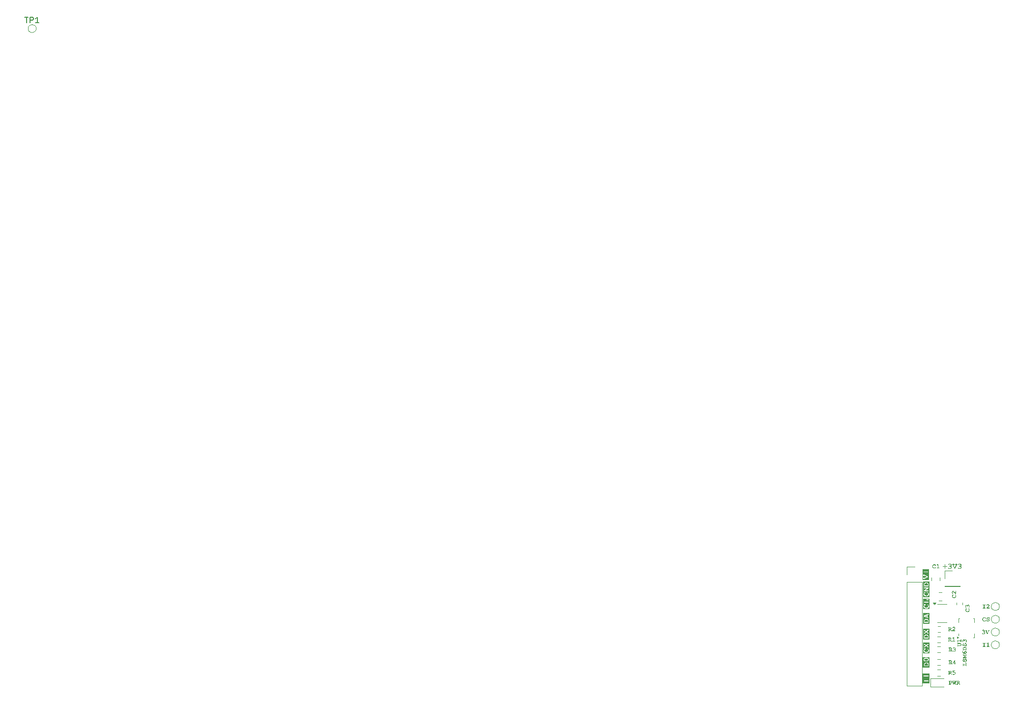
<source format=gbr>
%TF.GenerationSoftware,KiCad,Pcbnew,9.0.0*%
%TF.CreationDate,2025-04-11T10:11:51-04:00*%
%TF.ProjectId,lsm6dso_breakout,6c736d36-6473-46f5-9f62-7265616b6f75,rev?*%
%TF.SameCoordinates,Original*%
%TF.FileFunction,Legend,Top*%
%TF.FilePolarity,Positive*%
%FSLAX46Y46*%
G04 Gerber Fmt 4.6, Leading zero omitted, Abs format (unit mm)*
G04 Created by KiCad (PCBNEW 9.0.0) date 2025-04-11 10:11:51*
%MOMM*%
%LPD*%
G01*
G04 APERTURE LIST*
%ADD10C,0.200000*%
%ADD11C,0.160000*%
%ADD12C,0.150000*%
%ADD13C,0.120000*%
G04 APERTURE END LIST*
D10*
G36*
X154889603Y-96471140D02*
G01*
X154930871Y-96480774D01*
X154964315Y-96495681D01*
X154994163Y-96516904D01*
X155020707Y-96544411D01*
X155044121Y-96579028D01*
X155056375Y-96608365D01*
X155064795Y-96649161D01*
X155067996Y-96704691D01*
X155067996Y-96853618D01*
X154520892Y-96853618D01*
X154520892Y-96706035D01*
X154524424Y-96657115D01*
X154534324Y-96616265D01*
X154549895Y-96582081D01*
X154572555Y-96552335D01*
X154607113Y-96522651D01*
X154656630Y-96492933D01*
X154709310Y-96474243D01*
X154772584Y-96467654D01*
X154838774Y-96467654D01*
X154889603Y-96471140D01*
G37*
G36*
X155343238Y-98845399D02*
G01*
X154249557Y-98845399D01*
X154249557Y-98336722D01*
X154360668Y-98336722D01*
X154366965Y-98414336D01*
X154385115Y-98482988D01*
X154414624Y-98544254D01*
X154455835Y-98599326D01*
X154509901Y-98648925D01*
X154567212Y-98686447D01*
X154627538Y-98712913D01*
X154691630Y-98728868D01*
X154760433Y-98734288D01*
X154861794Y-98734288D01*
X154921694Y-98730263D01*
X154976300Y-98718562D01*
X155026413Y-98699484D01*
X155093746Y-98661111D01*
X155137666Y-98623280D01*
X155170802Y-98576572D01*
X155199948Y-98510196D01*
X155217606Y-98448417D01*
X155228426Y-98382362D01*
X155232127Y-98311443D01*
X155227283Y-98235941D01*
X155213259Y-98167645D01*
X155188316Y-98098620D01*
X155143039Y-98006078D01*
X154954667Y-98006078D01*
X154949534Y-97979254D01*
X154935250Y-97961382D01*
X154913606Y-97950589D01*
X154884325Y-97946666D01*
X154855613Y-97952156D01*
X154833461Y-97968160D01*
X154819608Y-97994267D01*
X154813983Y-98040211D01*
X154813983Y-98288912D01*
X154819604Y-98334812D01*
X154833461Y-98360963D01*
X154855613Y-98376967D01*
X154884325Y-98382457D01*
X154913047Y-98376969D01*
X154935250Y-98360963D01*
X154949062Y-98334818D01*
X154954667Y-98288912D01*
X154954667Y-98146091D01*
X155055356Y-98146091D01*
X155075166Y-98199984D01*
X155087287Y-98258244D01*
X155091443Y-98321640D01*
X155086982Y-98394295D01*
X155074885Y-98451146D01*
X155056630Y-98495219D01*
X155033008Y-98529002D01*
X155001744Y-98556587D01*
X154963779Y-98576802D01*
X154917720Y-98589625D01*
X154861671Y-98594215D01*
X154760494Y-98594215D01*
X154712279Y-98590080D01*
X154666944Y-98577832D01*
X154623779Y-98557334D01*
X154583774Y-98530243D01*
X154555053Y-98503423D01*
X154535546Y-98476734D01*
X154516945Y-98434498D01*
X154505388Y-98386589D01*
X154501352Y-98331898D01*
X154505405Y-98275631D01*
X154516923Y-98227118D01*
X154534978Y-98184839D01*
X154552460Y-98161844D01*
X154568310Y-98151907D01*
X154600515Y-98141022D01*
X154632034Y-98129502D01*
X154646371Y-98118125D01*
X154657725Y-98098783D01*
X154661576Y-98075749D01*
X154656055Y-98047682D01*
X154639777Y-98025557D01*
X154613275Y-98011710D01*
X154566626Y-98006078D01*
X154474486Y-98006078D01*
X154427861Y-98011645D01*
X154401701Y-98025251D01*
X154385674Y-98047050D01*
X154380208Y-98075077D01*
X154386363Y-98100650D01*
X154407563Y-98129726D01*
X154387081Y-98177379D01*
X154372392Y-98227790D01*
X154363659Y-98280240D01*
X154360668Y-98336722D01*
X154249557Y-98336722D01*
X154249557Y-97203741D01*
X154380208Y-97203741D01*
X154380208Y-97387472D01*
X154385830Y-97433426D01*
X154399686Y-97459585D01*
X154421838Y-97475589D01*
X154450550Y-97481078D01*
X154479272Y-97475591D01*
X154501474Y-97459585D01*
X154515285Y-97433433D01*
X154520892Y-97387472D01*
X154520892Y-97336975D01*
X154942088Y-97336975D01*
X154380208Y-97694913D01*
X154380208Y-97856785D01*
X154385830Y-97902739D01*
X154399686Y-97928898D01*
X154421838Y-97944902D01*
X154450550Y-97950391D01*
X154479272Y-97944904D01*
X154501474Y-97928898D01*
X154515285Y-97902745D01*
X154520892Y-97856785D01*
X154520892Y-97834925D01*
X155067996Y-97834925D01*
X155073443Y-97875388D01*
X155087474Y-97900504D01*
X155109600Y-97916270D01*
X155138338Y-97921692D01*
X155167060Y-97916205D01*
X155189262Y-97900199D01*
X155203073Y-97874047D01*
X155208680Y-97828086D01*
X155208680Y-97644355D01*
X155203070Y-97598404D01*
X155189262Y-97572303D01*
X155167055Y-97556249D01*
X155138338Y-97550749D01*
X155109631Y-97556251D01*
X155087474Y-97572303D01*
X155073620Y-97598410D01*
X155067996Y-97644355D01*
X155067996Y-97694913D01*
X154644723Y-97694913D01*
X155208680Y-97334899D01*
X155208680Y-97196230D01*
X154520892Y-97196230D01*
X154515481Y-97156352D01*
X154501474Y-97131323D01*
X154479298Y-97115555D01*
X154450550Y-97110134D01*
X154421843Y-97115637D01*
X154399686Y-97131689D01*
X154385833Y-97157796D01*
X154380208Y-97203741D01*
X154249557Y-97203741D01*
X154249557Y-96986853D01*
X154380208Y-96986853D01*
X154385830Y-97032807D01*
X154399686Y-97058966D01*
X154421838Y-97074970D01*
X154450550Y-97080459D01*
X154479298Y-97075039D01*
X154501474Y-97059271D01*
X154515459Y-97034160D01*
X154520892Y-96993692D01*
X155067996Y-96993692D01*
X155073407Y-97033623D01*
X155087474Y-97058966D01*
X155109626Y-97074970D01*
X155138338Y-97080459D01*
X155167060Y-97074972D01*
X155189262Y-97058966D01*
X155203073Y-97032813D01*
X155208680Y-96986853D01*
X155208680Y-96705424D01*
X155204628Y-96633349D01*
X155193513Y-96575162D01*
X155176562Y-96528470D01*
X155151696Y-96485890D01*
X155112753Y-96436635D01*
X155063981Y-96393157D01*
X155000707Y-96357744D01*
X154954048Y-96341379D01*
X154901872Y-96331189D01*
X154843292Y-96327641D01*
X154776370Y-96327641D01*
X154706332Y-96332099D01*
X154652722Y-96344067D01*
X154602839Y-96364057D01*
X154550934Y-96392915D01*
X154503226Y-96426257D01*
X154470333Y-96455380D01*
X154435791Y-96499878D01*
X154406159Y-96560283D01*
X154387164Y-96626463D01*
X154380879Y-96693823D01*
X154380851Y-96706035D01*
X154380513Y-96853618D01*
X154380208Y-96986853D01*
X154249557Y-96986853D01*
X154249557Y-96216530D01*
X155343238Y-96216530D01*
X155343238Y-98845399D01*
G37*
G36*
X154889603Y-105449577D02*
G01*
X154930871Y-105459211D01*
X154964315Y-105474117D01*
X154994163Y-105495341D01*
X155020707Y-105522848D01*
X155044121Y-105557465D01*
X155056375Y-105586802D01*
X155064795Y-105627598D01*
X155067996Y-105683128D01*
X155067996Y-105832055D01*
X154520892Y-105832055D01*
X154520892Y-105684472D01*
X154524424Y-105635552D01*
X154534324Y-105594702D01*
X154549895Y-105560518D01*
X154572555Y-105530772D01*
X154607113Y-105501088D01*
X154656630Y-105471370D01*
X154709310Y-105452680D01*
X154772584Y-105446091D01*
X154838774Y-105446091D01*
X154889603Y-105449577D01*
G37*
G36*
X155319791Y-106170007D02*
G01*
X154269097Y-106170007D01*
X154269097Y-105965290D01*
X154380208Y-105965290D01*
X154385830Y-106011244D01*
X154399686Y-106037402D01*
X154421838Y-106053407D01*
X154450550Y-106058896D01*
X154479298Y-106053476D01*
X154501474Y-106037708D01*
X154515459Y-106012597D01*
X154520892Y-105972129D01*
X155067996Y-105972129D01*
X155073407Y-106012060D01*
X155087474Y-106037402D01*
X155109626Y-106053407D01*
X155138338Y-106058896D01*
X155167060Y-106053409D01*
X155189262Y-106037402D01*
X155203073Y-106011250D01*
X155208680Y-105965290D01*
X155208680Y-105683861D01*
X155204628Y-105611786D01*
X155193513Y-105553599D01*
X155176562Y-105506907D01*
X155151696Y-105464327D01*
X155112753Y-105415072D01*
X155063981Y-105371594D01*
X155000707Y-105336181D01*
X154954048Y-105319816D01*
X154901872Y-105309626D01*
X154843292Y-105306078D01*
X154776370Y-105306078D01*
X154706332Y-105310536D01*
X154652722Y-105322504D01*
X154602839Y-105342494D01*
X154550934Y-105371352D01*
X154503226Y-105404694D01*
X154470333Y-105433817D01*
X154435791Y-105478315D01*
X154406159Y-105538720D01*
X154387164Y-105604899D01*
X154380879Y-105672259D01*
X154380851Y-105684472D01*
X154380513Y-105832055D01*
X154380208Y-105965290D01*
X154269097Y-105965290D01*
X154269097Y-104521509D01*
X154380208Y-104521509D01*
X154380208Y-104649920D01*
X154385830Y-104695874D01*
X154399686Y-104722033D01*
X154421838Y-104738037D01*
X154450550Y-104743526D01*
X154480608Y-104740000D01*
X154506176Y-104729848D01*
X154516586Y-104717098D01*
X154520892Y-104690220D01*
X154676963Y-104818875D01*
X154520892Y-104948446D01*
X154516591Y-104921609D01*
X154506176Y-104908817D01*
X154480608Y-104898665D01*
X154450550Y-104895140D01*
X154421843Y-104900642D01*
X154399686Y-104916694D01*
X154385833Y-104942802D01*
X154380208Y-104988746D01*
X154380208Y-105117889D01*
X154385828Y-105163789D01*
X154399686Y-105189941D01*
X154421838Y-105205945D01*
X154450550Y-105211434D01*
X154479384Y-105206245D01*
X154501474Y-105191284D01*
X154515534Y-105167461D01*
X154520892Y-105130162D01*
X154786811Y-104909367D01*
X155067996Y-105141092D01*
X155073329Y-105178555D01*
X155087474Y-105203252D01*
X155109600Y-105219018D01*
X155138338Y-105224440D01*
X155167060Y-105218953D01*
X155189262Y-105202947D01*
X155203073Y-105176795D01*
X155208680Y-105130834D01*
X155208680Y-104973725D01*
X155203070Y-104927774D01*
X155189262Y-104901673D01*
X155167055Y-104885619D01*
X155138338Y-104880119D01*
X155109488Y-104885242D01*
X155087474Y-104899964D01*
X155073311Y-104923235D01*
X155067996Y-104958704D01*
X154896781Y-104818020D01*
X155067996Y-104675871D01*
X155073333Y-104711937D01*
X155087474Y-104735344D01*
X155109483Y-104750018D01*
X155138338Y-104755128D01*
X155167060Y-104749640D01*
X155189262Y-104733634D01*
X155203094Y-104707568D01*
X155208680Y-104662254D01*
X155208680Y-104504412D01*
X155203070Y-104458461D01*
X155189262Y-104432361D01*
X155167060Y-104416354D01*
X155138338Y-104410867D01*
X155109570Y-104416208D01*
X155087474Y-104431689D01*
X155073366Y-104456163D01*
X155067996Y-104494154D01*
X154786750Y-104727650D01*
X154520892Y-104509236D01*
X154515606Y-104473003D01*
X154501474Y-104448786D01*
X154479323Y-104433256D01*
X154450550Y-104427903D01*
X154421843Y-104433406D01*
X154399686Y-104449458D01*
X154385833Y-104475565D01*
X154380208Y-104521509D01*
X154269097Y-104521509D01*
X154269097Y-104299756D01*
X155319791Y-104299756D01*
X155319791Y-106170007D01*
G37*
G36*
X154889603Y-110249577D02*
G01*
X154930871Y-110259211D01*
X154964315Y-110274117D01*
X154994163Y-110295341D01*
X155020707Y-110322848D01*
X155044121Y-110357465D01*
X155056375Y-110386802D01*
X155064795Y-110427598D01*
X155067996Y-110483128D01*
X155067996Y-110632055D01*
X154520892Y-110632055D01*
X154520892Y-110484472D01*
X154524424Y-110435552D01*
X154534324Y-110394702D01*
X154549895Y-110360518D01*
X154572555Y-110330772D01*
X154607113Y-110301088D01*
X154656630Y-110271370D01*
X154709310Y-110252680D01*
X154772584Y-110246091D01*
X154838774Y-110246091D01*
X154889603Y-110249577D01*
G37*
G36*
X154916804Y-109461855D02*
G01*
X154980767Y-109482313D01*
X155035817Y-109515499D01*
X155064901Y-109545359D01*
X155081785Y-109579234D01*
X155087535Y-109618631D01*
X155082011Y-109660466D01*
X155066399Y-109693703D01*
X155040579Y-109720419D01*
X154981503Y-109755854D01*
X154915809Y-109777279D01*
X154841705Y-109784655D01*
X154688564Y-109784655D01*
X154613465Y-109777483D01*
X154549502Y-109757024D01*
X154494452Y-109723838D01*
X154465411Y-109693961D01*
X154448506Y-109659875D01*
X154442734Y-109620035D01*
X154448223Y-109578623D01*
X154463809Y-109545348D01*
X154489690Y-109518247D01*
X154549133Y-109483151D01*
X154614853Y-109461962D01*
X154688564Y-109454683D01*
X154841705Y-109454683D01*
X154916804Y-109461855D01*
G37*
G36*
X155339330Y-110970007D02*
G01*
X154190939Y-110970007D01*
X154190939Y-110765290D01*
X154380208Y-110765290D01*
X154385830Y-110811244D01*
X154399686Y-110837402D01*
X154421838Y-110853407D01*
X154450550Y-110858896D01*
X154479298Y-110853476D01*
X154501474Y-110837708D01*
X154515459Y-110812597D01*
X154520892Y-110772129D01*
X155067996Y-110772129D01*
X155073407Y-110812060D01*
X155087474Y-110837402D01*
X155109626Y-110853407D01*
X155138338Y-110858896D01*
X155167060Y-110853409D01*
X155189262Y-110837402D01*
X155203073Y-110811250D01*
X155208680Y-110765290D01*
X155208680Y-110483861D01*
X155204628Y-110411786D01*
X155193513Y-110353599D01*
X155176562Y-110306907D01*
X155151696Y-110264327D01*
X155112753Y-110215072D01*
X155063981Y-110171594D01*
X155000707Y-110136181D01*
X154954048Y-110119816D01*
X154901872Y-110109626D01*
X154843292Y-110106078D01*
X154776370Y-110106078D01*
X154706332Y-110110536D01*
X154652722Y-110122504D01*
X154602839Y-110142494D01*
X154550934Y-110171352D01*
X154503226Y-110204694D01*
X154470333Y-110233817D01*
X154435791Y-110278315D01*
X154406159Y-110338720D01*
X154387164Y-110404899D01*
X154380879Y-110472259D01*
X154380851Y-110484472D01*
X154380513Y-110632055D01*
X154380208Y-110765290D01*
X154190939Y-110765290D01*
X154190939Y-109620707D01*
X154302050Y-109620707D01*
X154307259Y-109677767D01*
X154322258Y-109727670D01*
X154346748Y-109771805D01*
X154381296Y-109811141D01*
X154427286Y-109846143D01*
X154491878Y-109881099D01*
X154556547Y-109905445D01*
X154621838Y-109919865D01*
X154688381Y-109924667D01*
X154841888Y-109924667D01*
X154915274Y-109918850D01*
X154985651Y-109901514D01*
X155053891Y-109872399D01*
X155118191Y-109833646D01*
X155162456Y-109796852D01*
X155191033Y-109761757D01*
X155211178Y-109721263D01*
X155223776Y-109674040D01*
X155228219Y-109618631D01*
X155223024Y-109561554D01*
X155208065Y-109511606D01*
X155183640Y-109467406D01*
X155149191Y-109427990D01*
X155103350Y-109392889D01*
X155038910Y-109357798D01*
X154974235Y-109333336D01*
X154908773Y-109318833D01*
X154841888Y-109313999D01*
X154688381Y-109313999D01*
X154614581Y-109319898D01*
X154544010Y-109337462D01*
X154475768Y-109366938D01*
X154411429Y-109406135D01*
X154367287Y-109443161D01*
X154338931Y-109478313D01*
X154318938Y-109518740D01*
X154306449Y-109565734D01*
X154302104Y-109620035D01*
X154302050Y-109620707D01*
X154190939Y-109620707D01*
X154190939Y-109202888D01*
X155339330Y-109202888D01*
X155339330Y-110970007D01*
G37*
G36*
X155319791Y-113674996D02*
G01*
X154190939Y-113674996D01*
X154190939Y-113047495D01*
X154380208Y-113047495D01*
X154380208Y-113470340D01*
X154385833Y-113516285D01*
X154399686Y-113542392D01*
X154421838Y-113558396D01*
X154450550Y-113563885D01*
X154479272Y-113558398D01*
X154501474Y-113542392D01*
X154515283Y-113516291D01*
X154520892Y-113470340D01*
X154520892Y-113328924D01*
X155067996Y-113328924D01*
X155067996Y-113470340D01*
X155073620Y-113516285D01*
X155087474Y-113542392D01*
X155109626Y-113558396D01*
X155138338Y-113563885D01*
X155167060Y-113558398D01*
X155189262Y-113542392D01*
X155203070Y-113516291D01*
X155208680Y-113470340D01*
X155208680Y-113047495D01*
X155203070Y-113001544D01*
X155189262Y-112975443D01*
X155167055Y-112959390D01*
X155138338Y-112953889D01*
X155109631Y-112959392D01*
X155087474Y-112975443D01*
X155073620Y-113001551D01*
X155067996Y-113047495D01*
X155067996Y-113188912D01*
X154520892Y-113188912D01*
X154520892Y-113047495D01*
X154515283Y-113001544D01*
X154501474Y-112975443D01*
X154479267Y-112959390D01*
X154450550Y-112953889D01*
X154421843Y-112959392D01*
X154399686Y-112975443D01*
X154385833Y-113001551D01*
X154380208Y-113047495D01*
X154190939Y-113047495D01*
X154190939Y-112348289D01*
X154302050Y-112348289D01*
X154381063Y-112649562D01*
X154395990Y-112690497D01*
X154409822Y-112709646D01*
X154428373Y-112720154D01*
X154454519Y-112723995D01*
X154483539Y-112719034D01*
X154507214Y-112704517D01*
X154523454Y-112682994D01*
X154528707Y-112658416D01*
X154520403Y-112613353D01*
X154487125Y-112488362D01*
X155067996Y-112488362D01*
X155067996Y-112629718D01*
X155073618Y-112675671D01*
X155087474Y-112701830D01*
X155109626Y-112717834D01*
X155138338Y-112723324D01*
X155167060Y-112717836D01*
X155189262Y-112701830D01*
X155203073Y-112675678D01*
X155208680Y-112629718D01*
X155208680Y-112206872D01*
X155203070Y-112160921D01*
X155189262Y-112134820D01*
X155167060Y-112118814D01*
X155138338Y-112113327D01*
X155109626Y-112118816D01*
X155087474Y-112134820D01*
X155073620Y-112160928D01*
X155067996Y-112206872D01*
X155067996Y-112348289D01*
X154302050Y-112348289D01*
X154190939Y-112348289D01*
X154190939Y-112002216D01*
X155319791Y-112002216D01*
X155319791Y-113674996D01*
G37*
G36*
X154889603Y-102749577D02*
G01*
X154930871Y-102759211D01*
X154964315Y-102774117D01*
X154994163Y-102795341D01*
X155020707Y-102822848D01*
X155044121Y-102857465D01*
X155056375Y-102886802D01*
X155064795Y-102927598D01*
X155067996Y-102983128D01*
X155067996Y-103132055D01*
X154520892Y-103132055D01*
X154520892Y-102984472D01*
X154524424Y-102935552D01*
X154534324Y-102894702D01*
X154549895Y-102860518D01*
X154572555Y-102830772D01*
X154607113Y-102801088D01*
X154656630Y-102771370D01*
X154709310Y-102752680D01*
X154772584Y-102746091D01*
X154838774Y-102746091D01*
X154889603Y-102749577D01*
G37*
G36*
X154837430Y-102232753D02*
G01*
X154565161Y-102119363D01*
X154837430Y-102006645D01*
X154837430Y-102232753D01*
G37*
G36*
X155319791Y-103470007D02*
G01*
X154269097Y-103470007D01*
X154269097Y-103265290D01*
X154380208Y-103265290D01*
X154385830Y-103311244D01*
X154399686Y-103337402D01*
X154421838Y-103353407D01*
X154450550Y-103358896D01*
X154479298Y-103353476D01*
X154501474Y-103337708D01*
X154515459Y-103312597D01*
X154520892Y-103272129D01*
X155067996Y-103272129D01*
X155073407Y-103312060D01*
X155087474Y-103337402D01*
X155109626Y-103353407D01*
X155138338Y-103358896D01*
X155167060Y-103353409D01*
X155189262Y-103337402D01*
X155203073Y-103311250D01*
X155208680Y-103265290D01*
X155208680Y-102983861D01*
X155204628Y-102911786D01*
X155193513Y-102853599D01*
X155176562Y-102806907D01*
X155151696Y-102764327D01*
X155112753Y-102715072D01*
X155063981Y-102671594D01*
X155000707Y-102636181D01*
X154954048Y-102619816D01*
X154901872Y-102609626D01*
X154843292Y-102606078D01*
X154776370Y-102606078D01*
X154706332Y-102610536D01*
X154652722Y-102622504D01*
X154602839Y-102642494D01*
X154550934Y-102671352D01*
X154503226Y-102704694D01*
X154470333Y-102733817D01*
X154435791Y-102778315D01*
X154406159Y-102838720D01*
X154387164Y-102904899D01*
X154380879Y-102972259D01*
X154380851Y-102984472D01*
X154380513Y-103132055D01*
X154380208Y-103265290D01*
X154269097Y-103265290D01*
X154269097Y-102042854D01*
X154380208Y-102042854D01*
X154380208Y-102119363D01*
X154380208Y-102345471D01*
X154385833Y-102391415D01*
X154399686Y-102417523D01*
X154421838Y-102433527D01*
X154450550Y-102439016D01*
X154479272Y-102433529D01*
X154501474Y-102417523D01*
X154515283Y-102391422D01*
X154520892Y-102345471D01*
X154520892Y-102253941D01*
X155067996Y-102473882D01*
X155073619Y-102521176D01*
X155087474Y-102548315D01*
X155109718Y-102565179D01*
X155138338Y-102570907D01*
X155167055Y-102565407D01*
X155189262Y-102549353D01*
X155203070Y-102523252D01*
X155208680Y-102477301D01*
X155208680Y-102288746D01*
X155203070Y-102242795D01*
X155189262Y-102216694D01*
X155167055Y-102200640D01*
X155138338Y-102195140D01*
X155109631Y-102200642D01*
X155087474Y-102216694D01*
X155073620Y-102242802D01*
X155067996Y-102288746D01*
X155067996Y-102322940D01*
X154978114Y-102288746D01*
X154978114Y-101948577D01*
X155067996Y-101915115D01*
X155067996Y-101949248D01*
X155073618Y-101995202D01*
X155087474Y-102021361D01*
X155109626Y-102037365D01*
X155138338Y-102042854D01*
X155167060Y-102037367D01*
X155189262Y-102021361D01*
X155203073Y-101995209D01*
X155208680Y-101949248D01*
X155208680Y-101760693D01*
X155203056Y-101714800D01*
X155189262Y-101689007D01*
X155167086Y-101673240D01*
X155138338Y-101667819D01*
X155109218Y-101675138D01*
X155080696Y-101699266D01*
X155071974Y-101719572D01*
X155067996Y-101764112D01*
X154380208Y-102042854D01*
X154269097Y-102042854D01*
X154269097Y-101556708D01*
X155319791Y-101556708D01*
X155319791Y-103470007D01*
G37*
G36*
X155343238Y-100946071D02*
G01*
X154249557Y-100946071D01*
X154249557Y-100451682D01*
X154360668Y-100451682D01*
X154366353Y-100517758D01*
X154383339Y-100581228D01*
X154412020Y-100642985D01*
X154450947Y-100698584D01*
X154499338Y-100745406D01*
X154558200Y-100784096D01*
X154622965Y-100812336D01*
X154690761Y-100829250D01*
X154762509Y-100834960D01*
X154857641Y-100834960D01*
X154925852Y-100828636D01*
X154989957Y-100809867D01*
X155051082Y-100778296D01*
X155106211Y-100736628D01*
X155148953Y-100690959D01*
X155180775Y-100640970D01*
X155208965Y-100572790D01*
X155226203Y-100498492D01*
X155232127Y-100416877D01*
X155227843Y-100346607D01*
X155215359Y-100281961D01*
X155195002Y-100222155D01*
X155161798Y-100161824D01*
X155119348Y-100114932D01*
X155085651Y-100092640D01*
X155057432Y-100086234D01*
X155030572Y-100091477D01*
X155007240Y-100107422D01*
X154991159Y-100130533D01*
X154985930Y-100156576D01*
X154992525Y-100184663D01*
X155021101Y-100218796D01*
X155052941Y-100255076D01*
X155070072Y-100285719D01*
X155085685Y-100343161D01*
X155091443Y-100417549D01*
X155086683Y-100482756D01*
X155073328Y-100537319D01*
X155052286Y-100583082D01*
X155023788Y-100621492D01*
X154987522Y-100653854D01*
X154947836Y-100676520D01*
X154903975Y-100690234D01*
X154854833Y-100694948D01*
X154763913Y-100694948D01*
X154708618Y-100690227D01*
X154660275Y-100676667D01*
X154617612Y-100654648D01*
X154579082Y-100625263D01*
X154549870Y-100594360D01*
X154528707Y-100561774D01*
X154508288Y-100506998D01*
X154501352Y-100446309D01*
X154505841Y-100396174D01*
X154519548Y-100345558D01*
X154541524Y-100299575D01*
X154567969Y-100267279D01*
X154585760Y-100255710D01*
X154611689Y-100248167D01*
X154649732Y-100236678D01*
X154669574Y-100222887D01*
X154680963Y-100203627D01*
X154685023Y-100177764D01*
X154679569Y-100149672D01*
X154663529Y-100127572D01*
X154637436Y-100113715D01*
X154591600Y-100108093D01*
X154472959Y-100108093D01*
X154427127Y-100113731D01*
X154401335Y-100127572D01*
X154385581Y-100149641D01*
X154380208Y-100177764D01*
X154382635Y-100194885D01*
X154389977Y-100210920D01*
X154401712Y-100225201D01*
X154419287Y-100239252D01*
X154393427Y-100286799D01*
X154375140Y-100337987D01*
X154364377Y-100392170D01*
X154360668Y-100451682D01*
X154249557Y-100451682D01*
X154249557Y-99596099D01*
X154380208Y-99596099D01*
X154380208Y-99899449D01*
X154385828Y-99945349D01*
X154399686Y-99971501D01*
X154421838Y-99987505D01*
X154450550Y-99992994D01*
X154479272Y-99987507D01*
X154501474Y-99971501D01*
X154515287Y-99945355D01*
X154520892Y-99899449D01*
X154520892Y-99818116D01*
X155067996Y-99818116D01*
X155067996Y-99899449D01*
X155073616Y-99945349D01*
X155087474Y-99971501D01*
X155109626Y-99987505D01*
X155138338Y-99992994D01*
X155167060Y-99987507D01*
X155189262Y-99971501D01*
X155203075Y-99945355D01*
X155208680Y-99899449D01*
X155208680Y-99236085D01*
X154935128Y-99236085D01*
X154889022Y-99241715D01*
X154862893Y-99255564D01*
X154846808Y-99277677D01*
X154841338Y-99305817D01*
X154846836Y-99334481D01*
X154862893Y-99356680D01*
X154889022Y-99370529D01*
X154935128Y-99376159D01*
X155067996Y-99376159D01*
X155067996Y-99678104D01*
X154520892Y-99678104D01*
X154520892Y-99596099D01*
X154515283Y-99550148D01*
X154501474Y-99524048D01*
X154479272Y-99508042D01*
X154450550Y-99502554D01*
X154421838Y-99508044D01*
X154399686Y-99524048D01*
X154385833Y-99550155D01*
X154380208Y-99596099D01*
X154249557Y-99596099D01*
X154249557Y-99124974D01*
X155343238Y-99124974D01*
X155343238Y-100946071D01*
G37*
G36*
X155219791Y-95921908D02*
G01*
X154169097Y-95921908D01*
X154169097Y-95000583D01*
X154280208Y-95000583D01*
X154280208Y-95188467D01*
X154285830Y-95234421D01*
X154299686Y-95260579D01*
X154321838Y-95276583D01*
X154350550Y-95282073D01*
X154379272Y-95276585D01*
X154401474Y-95260579D01*
X154415285Y-95234427D01*
X154420892Y-95188467D01*
X154420892Y-95156349D01*
X154904309Y-95359253D01*
X154420892Y-95560754D01*
X154420892Y-95527964D01*
X154415268Y-95482072D01*
X154401474Y-95456279D01*
X154379298Y-95440511D01*
X154350550Y-95435091D01*
X154321838Y-95440580D01*
X154299686Y-95456584D01*
X154285813Y-95482613D01*
X154280208Y-95527964D01*
X154280208Y-95717191D01*
X154285833Y-95763136D01*
X154299686Y-95789243D01*
X154321843Y-95805295D01*
X154350550Y-95810797D01*
X154370041Y-95807454D01*
X154388832Y-95797057D01*
X154407641Y-95778008D01*
X154416758Y-95757590D01*
X154420892Y-95713100D01*
X155108680Y-95426176D01*
X155108680Y-95291598D01*
X154420892Y-95004002D01*
X154416856Y-94960083D01*
X154407947Y-94939827D01*
X154379522Y-94914620D01*
X154350550Y-94907038D01*
X154321843Y-94912541D01*
X154299686Y-94928592D01*
X154285831Y-94954692D01*
X154280208Y-95000583D01*
X154169097Y-95000583D01*
X154169097Y-94519363D01*
X154311471Y-94519363D01*
X154317049Y-94547998D01*
X154333392Y-94570227D01*
X154359801Y-94584111D01*
X154405382Y-94589705D01*
X154639733Y-94589705D01*
X154639733Y-94789862D01*
X154644812Y-94835807D01*
X154658601Y-94861975D01*
X154680870Y-94877978D01*
X154709709Y-94883468D01*
X154738558Y-94877980D01*
X154760878Y-94861975D01*
X154774779Y-94835810D01*
X154780417Y-94789862D01*
X154780417Y-94589705D01*
X155015012Y-94589705D01*
X155060966Y-94584083D01*
X155087125Y-94570227D01*
X155103182Y-94548028D01*
X155108680Y-94519363D01*
X155103167Y-94490711D01*
X155087125Y-94468805D01*
X155061006Y-94455221D01*
X155015012Y-94449693D01*
X154780417Y-94449693D01*
X154780417Y-94249536D01*
X154774777Y-94203598D01*
X154760878Y-94177484D01*
X154738553Y-94161432D01*
X154709709Y-94155930D01*
X154680940Y-94161447D01*
X154658967Y-94177484D01*
X154645295Y-94203566D01*
X154639733Y-94249536D01*
X154639733Y-94449693D01*
X154405382Y-94448960D01*
X154359267Y-94454588D01*
X154333086Y-94468439D01*
X154316985Y-94490651D01*
X154311471Y-94519363D01*
X154169097Y-94519363D01*
X154169097Y-94044819D01*
X155219791Y-94044819D01*
X155219791Y-95921908D01*
G37*
G36*
X155343238Y-108546071D02*
G01*
X154249557Y-108546071D01*
X154249557Y-108051682D01*
X154360668Y-108051682D01*
X154366353Y-108117758D01*
X154383339Y-108181228D01*
X154412020Y-108242985D01*
X154450947Y-108298584D01*
X154499338Y-108345406D01*
X154558200Y-108384096D01*
X154622965Y-108412336D01*
X154690761Y-108429250D01*
X154762509Y-108434960D01*
X154857641Y-108434960D01*
X154925852Y-108428636D01*
X154989957Y-108409867D01*
X155051082Y-108378296D01*
X155106211Y-108336628D01*
X155148953Y-108290959D01*
X155180775Y-108240970D01*
X155208965Y-108172790D01*
X155226203Y-108098492D01*
X155232127Y-108016877D01*
X155227843Y-107946607D01*
X155215359Y-107881961D01*
X155195002Y-107822155D01*
X155161798Y-107761824D01*
X155119348Y-107714932D01*
X155085651Y-107692640D01*
X155057432Y-107686234D01*
X155030572Y-107691477D01*
X155007240Y-107707422D01*
X154991159Y-107730533D01*
X154985930Y-107756576D01*
X154992525Y-107784663D01*
X155021101Y-107818796D01*
X155052941Y-107855076D01*
X155070072Y-107885719D01*
X155085685Y-107943161D01*
X155091443Y-108017549D01*
X155086683Y-108082756D01*
X155073328Y-108137319D01*
X155052286Y-108183082D01*
X155023788Y-108221492D01*
X154987522Y-108253854D01*
X154947836Y-108276520D01*
X154903975Y-108290234D01*
X154854833Y-108294948D01*
X154763913Y-108294948D01*
X154708618Y-108290227D01*
X154660275Y-108276667D01*
X154617612Y-108254648D01*
X154579082Y-108225263D01*
X154549870Y-108194360D01*
X154528707Y-108161774D01*
X154508288Y-108106998D01*
X154501352Y-108046309D01*
X154505841Y-107996174D01*
X154519548Y-107945558D01*
X154541524Y-107899575D01*
X154567969Y-107867279D01*
X154585760Y-107855710D01*
X154611689Y-107848167D01*
X154649732Y-107836678D01*
X154669574Y-107822887D01*
X154680963Y-107803627D01*
X154685023Y-107777764D01*
X154679569Y-107749672D01*
X154663529Y-107727572D01*
X154637436Y-107713715D01*
X154591600Y-107708093D01*
X154472959Y-107708093D01*
X154427127Y-107713731D01*
X154401335Y-107727572D01*
X154385581Y-107749641D01*
X154380208Y-107777764D01*
X154382635Y-107794885D01*
X154389977Y-107810920D01*
X154401712Y-107825201D01*
X154419287Y-107839252D01*
X154393427Y-107886799D01*
X154375140Y-107937987D01*
X154364377Y-107992170D01*
X154360668Y-108051682D01*
X154249557Y-108051682D01*
X154249557Y-106921509D01*
X154380208Y-106921509D01*
X154380208Y-107049920D01*
X154385830Y-107095874D01*
X154399686Y-107122033D01*
X154421838Y-107138037D01*
X154450550Y-107143526D01*
X154480608Y-107140000D01*
X154506176Y-107129848D01*
X154516586Y-107117098D01*
X154520892Y-107090220D01*
X154676963Y-107218875D01*
X154520892Y-107348446D01*
X154516591Y-107321609D01*
X154506176Y-107308817D01*
X154480608Y-107298665D01*
X154450550Y-107295140D01*
X154421843Y-107300642D01*
X154399686Y-107316694D01*
X154385833Y-107342802D01*
X154380208Y-107388746D01*
X154380208Y-107517889D01*
X154385828Y-107563789D01*
X154399686Y-107589941D01*
X154421838Y-107605945D01*
X154450550Y-107611434D01*
X154479384Y-107606245D01*
X154501474Y-107591284D01*
X154515534Y-107567461D01*
X154520892Y-107530162D01*
X154786811Y-107309367D01*
X155067996Y-107541092D01*
X155073329Y-107578555D01*
X155087474Y-107603252D01*
X155109600Y-107619018D01*
X155138338Y-107624440D01*
X155167060Y-107618953D01*
X155189262Y-107602947D01*
X155203073Y-107576795D01*
X155208680Y-107530834D01*
X155208680Y-107373725D01*
X155203070Y-107327774D01*
X155189262Y-107301673D01*
X155167055Y-107285619D01*
X155138338Y-107280119D01*
X155109488Y-107285242D01*
X155087474Y-107299964D01*
X155073311Y-107323235D01*
X155067996Y-107358704D01*
X154896781Y-107218020D01*
X155067996Y-107075871D01*
X155073333Y-107111937D01*
X155087474Y-107135344D01*
X155109483Y-107150018D01*
X155138338Y-107155128D01*
X155167060Y-107149640D01*
X155189262Y-107133634D01*
X155203094Y-107107568D01*
X155208680Y-107062254D01*
X155208680Y-106904412D01*
X155203070Y-106858461D01*
X155189262Y-106832361D01*
X155167060Y-106816354D01*
X155138338Y-106810867D01*
X155109570Y-106816208D01*
X155087474Y-106831689D01*
X155073366Y-106856163D01*
X155067996Y-106894154D01*
X154786750Y-107127650D01*
X154520892Y-106909236D01*
X154515606Y-106873003D01*
X154501474Y-106848786D01*
X154479323Y-106833256D01*
X154450550Y-106827903D01*
X154421843Y-106833406D01*
X154399686Y-106849458D01*
X154385833Y-106875565D01*
X154380208Y-106921509D01*
X154249557Y-106921509D01*
X154249557Y-106699756D01*
X155343238Y-106699756D01*
X155343238Y-108546071D01*
G37*
D11*
G36*
X159011085Y-109752085D02*
G01*
X159060460Y-109763769D01*
X159101468Y-109782064D01*
X159135505Y-109806667D01*
X159164553Y-109838270D01*
X159184670Y-109872183D01*
X159196711Y-109908995D01*
X159200816Y-109949598D01*
X159197394Y-109983600D01*
X159187261Y-110015163D01*
X159170188Y-110044950D01*
X159147618Y-110071230D01*
X159117295Y-110096647D01*
X159077815Y-110121203D01*
X159113104Y-110155167D01*
X159153774Y-110200924D01*
X159221576Y-110298132D01*
X159260228Y-110301460D01*
X159277850Y-110308733D01*
X159296705Y-110331146D01*
X159302469Y-110354406D01*
X159298133Y-110377404D01*
X159285519Y-110395146D01*
X159264844Y-110406183D01*
X159228122Y-110410680D01*
X159164179Y-110410680D01*
X159087512Y-110300470D01*
X159026126Y-110227238D01*
X158977308Y-110182074D01*
X158938499Y-110157449D01*
X158827564Y-110157449D01*
X158827564Y-110298132D01*
X158867961Y-110298132D01*
X158904717Y-110302632D01*
X158925603Y-110313715D01*
X158938444Y-110331441D01*
X158942846Y-110354406D01*
X158938446Y-110377380D01*
X158925603Y-110395146D01*
X158904722Y-110406192D01*
X158867961Y-110410680D01*
X158698017Y-110410680D01*
X158661249Y-110406194D01*
X158640327Y-110395146D01*
X158627522Y-110377384D01*
X158623132Y-110354406D01*
X158627588Y-110331461D01*
X158640620Y-110313715D01*
X158661690Y-110302605D01*
X158698017Y-110298132D01*
X158715505Y-110298132D01*
X158715505Y-110044901D01*
X158827564Y-110044901D01*
X158915003Y-110044901D01*
X158961946Y-110041067D01*
X159001855Y-110030198D01*
X159047866Y-110008212D01*
X159070976Y-109988872D01*
X159084632Y-109966444D01*
X159088757Y-109945885D01*
X159085347Y-109926337D01*
X159074643Y-109907096D01*
X159054856Y-109887414D01*
X159030785Y-109873249D01*
X158998612Y-109863917D01*
X158955987Y-109860449D01*
X158827564Y-109860449D01*
X158827564Y-110044901D01*
X158715505Y-110044901D01*
X158715505Y-109860449D01*
X158698017Y-109860449D01*
X158661249Y-109855964D01*
X158640327Y-109844915D01*
X158627522Y-109827154D01*
X158623132Y-109804176D01*
X158627524Y-109781206D01*
X158640327Y-109763485D01*
X158661254Y-109752400D01*
X158698017Y-109747902D01*
X158951590Y-109747902D01*
X159011085Y-109752085D01*
G37*
G36*
X159778743Y-110141817D02*
G01*
X159811105Y-110146177D01*
X159831158Y-110157400D01*
X159843770Y-110175101D01*
X159848108Y-110198091D01*
X159843718Y-110221069D01*
X159830913Y-110238830D01*
X159810685Y-110250045D01*
X159778743Y-110254364D01*
X159778743Y-110298132D01*
X159811105Y-110302492D01*
X159831158Y-110313715D01*
X159843770Y-110331416D01*
X159848108Y-110354406D01*
X159843718Y-110377384D01*
X159830913Y-110395146D01*
X159810033Y-110406192D01*
X159773272Y-110410680D01*
X159622965Y-110410680D01*
X159586197Y-110406194D01*
X159565275Y-110395146D01*
X159552470Y-110377384D01*
X159548080Y-110354406D01*
X159552472Y-110331437D01*
X159565275Y-110313715D01*
X159586202Y-110302630D01*
X159622965Y-110298132D01*
X159666684Y-110298132D01*
X159666684Y-110254364D01*
X159362309Y-110254364D01*
X159362309Y-110160477D01*
X159373281Y-110141817D01*
X159504361Y-110141817D01*
X159666684Y-110141817D01*
X159666684Y-109865823D01*
X159504361Y-110141817D01*
X159373281Y-110141817D01*
X159630634Y-109704134D01*
X159778743Y-109704134D01*
X159778743Y-110141817D01*
G37*
G36*
X158911085Y-105852085D02*
G01*
X158960460Y-105863769D01*
X159001468Y-105882064D01*
X159035505Y-105906667D01*
X159064553Y-105938270D01*
X159084670Y-105972183D01*
X159096711Y-106008995D01*
X159100816Y-106049598D01*
X159097394Y-106083600D01*
X159087261Y-106115163D01*
X159070188Y-106144950D01*
X159047618Y-106171230D01*
X159017295Y-106196647D01*
X158977815Y-106221203D01*
X159013104Y-106255167D01*
X159053774Y-106300924D01*
X159121576Y-106398132D01*
X159160228Y-106401460D01*
X159177850Y-106408733D01*
X159196705Y-106431146D01*
X159202469Y-106454406D01*
X159198133Y-106477404D01*
X159185519Y-106495146D01*
X159164844Y-106506183D01*
X159128122Y-106510680D01*
X159064179Y-106510680D01*
X158987512Y-106400470D01*
X158926126Y-106327238D01*
X158877308Y-106282074D01*
X158838499Y-106257449D01*
X158727564Y-106257449D01*
X158727564Y-106398132D01*
X158767961Y-106398132D01*
X158804717Y-106402632D01*
X158825603Y-106413715D01*
X158838444Y-106431441D01*
X158842846Y-106454406D01*
X158838446Y-106477380D01*
X158825603Y-106495146D01*
X158804722Y-106506192D01*
X158767961Y-106510680D01*
X158598017Y-106510680D01*
X158561249Y-106506194D01*
X158540327Y-106495146D01*
X158527522Y-106477384D01*
X158523132Y-106454406D01*
X158527588Y-106431461D01*
X158540620Y-106413715D01*
X158561690Y-106402605D01*
X158598017Y-106398132D01*
X158615505Y-106398132D01*
X158615505Y-106144901D01*
X158727564Y-106144901D01*
X158815003Y-106144901D01*
X158861946Y-106141067D01*
X158901855Y-106130198D01*
X158947866Y-106108212D01*
X158970976Y-106088872D01*
X158984632Y-106066444D01*
X158988757Y-106045885D01*
X158985347Y-106026337D01*
X158974643Y-106007096D01*
X158954856Y-105987414D01*
X158930785Y-105973249D01*
X158898612Y-105963917D01*
X158855987Y-105960449D01*
X158727564Y-105960449D01*
X158727564Y-106144901D01*
X158615505Y-106144901D01*
X158615505Y-105960449D01*
X158598017Y-105960449D01*
X158561249Y-105955964D01*
X158540327Y-105944915D01*
X158527522Y-105927154D01*
X158523132Y-105904176D01*
X158527524Y-105881206D01*
X158540327Y-105863485D01*
X158561254Y-105852400D01*
X158598017Y-105847902D01*
X158851590Y-105847902D01*
X158911085Y-105852085D01*
G37*
G36*
X159571618Y-105785376D02*
G01*
X159571618Y-106398132D01*
X159684751Y-106398132D01*
X159721507Y-106402632D01*
X159742393Y-106413715D01*
X159755196Y-106431437D01*
X159759587Y-106454406D01*
X159755198Y-106477384D01*
X159742393Y-106495146D01*
X159721512Y-106506192D01*
X159684751Y-106510680D01*
X159346475Y-106510680D01*
X159309707Y-106506194D01*
X159288785Y-106495146D01*
X159275980Y-106477384D01*
X159271590Y-106454406D01*
X159275982Y-106431437D01*
X159288785Y-106413715D01*
X159309712Y-106402630D01*
X159346475Y-106398132D01*
X159459560Y-106398132D01*
X159459560Y-105933436D01*
X159359566Y-105960058D01*
X159323516Y-105966702D01*
X159303854Y-105962499D01*
X159286636Y-105949507D01*
X159275022Y-105930567D01*
X159271053Y-105907351D01*
X159274126Y-105886434D01*
X159282532Y-105871594D01*
X159297852Y-105860528D01*
X159330599Y-105848586D01*
X159571618Y-105785376D01*
G37*
D10*
G36*
X158090011Y-93665417D02*
G01*
X158090011Y-93900012D01*
X158084483Y-93946006D01*
X158070899Y-93972125D01*
X158048994Y-93988167D01*
X158020341Y-93993680D01*
X157991676Y-93988182D01*
X157969478Y-93972125D01*
X157955622Y-93945966D01*
X157949999Y-93900012D01*
X157949999Y-93665417D01*
X157749842Y-93665417D01*
X157703895Y-93659779D01*
X157677730Y-93645878D01*
X157661725Y-93623558D01*
X157656236Y-93594709D01*
X157661727Y-93565870D01*
X157677730Y-93543601D01*
X157703898Y-93529812D01*
X157749842Y-93524733D01*
X157949999Y-93524733D01*
X157949999Y-93290382D01*
X157955593Y-93244801D01*
X157969478Y-93218392D01*
X157991707Y-93202049D01*
X158020341Y-93196471D01*
X158049053Y-93201985D01*
X158071266Y-93218086D01*
X158085117Y-93244267D01*
X158090744Y-93290382D01*
X158090011Y-93524733D01*
X158290168Y-93524733D01*
X158336139Y-93530295D01*
X158362220Y-93543967D01*
X158378258Y-93565940D01*
X158383775Y-93594709D01*
X158378272Y-93623553D01*
X158362220Y-93645878D01*
X158336106Y-93659777D01*
X158290168Y-93665417D01*
X158090011Y-93665417D01*
G37*
G36*
X159059045Y-93526260D02*
G01*
X159098032Y-93556846D01*
X159128666Y-93589381D01*
X159151918Y-93624018D01*
X159168867Y-93662061D01*
X159179167Y-93703249D01*
X159182693Y-93748276D01*
X159178162Y-93796590D01*
X159164703Y-93842077D01*
X159142026Y-93885541D01*
X159111423Y-93923573D01*
X159072552Y-93955259D01*
X159024179Y-93980857D01*
X158971669Y-93997827D01*
X158905244Y-94009085D01*
X158822007Y-94013219D01*
X158738029Y-94009312D01*
X158671158Y-93998689D01*
X158618483Y-93982732D01*
X158577459Y-93962416D01*
X158550696Y-93940547D01*
X158536295Y-93917993D01*
X158531664Y-93893784D01*
X158536749Y-93865803D01*
X158551814Y-93842676D01*
X158574141Y-93826951D01*
X158600662Y-93821733D01*
X158620203Y-93824961D01*
X158641634Y-93835471D01*
X158671906Y-93853129D01*
X158698359Y-93862949D01*
X158743169Y-93869796D01*
X158811077Y-93872535D01*
X158892989Y-93868141D01*
X158949896Y-93856876D01*
X158988031Y-93841028D01*
X159019054Y-93816354D01*
X159036682Y-93787179D01*
X159042681Y-93751879D01*
X159035075Y-93710826D01*
X159010868Y-93669508D01*
X158974392Y-93634792D01*
X158925872Y-93608142D01*
X158889686Y-93598674D01*
X158822007Y-93591167D01*
X158790265Y-93584392D01*
X158768335Y-93569674D01*
X158754348Y-93548076D01*
X158749589Y-93521497D01*
X158754753Y-93493729D01*
X158770045Y-93471000D01*
X158793024Y-93455720D01*
X158822007Y-93450483D01*
X158896440Y-93449812D01*
X158923362Y-93444146D01*
X158951090Y-93432104D01*
X158975800Y-93414279D01*
X158995175Y-93390888D01*
X159007837Y-93363850D01*
X159011906Y-93336727D01*
X159007691Y-93308997D01*
X158995008Y-93283767D01*
X158972644Y-93260096D01*
X158944589Y-93243170D01*
X158906339Y-93231938D01*
X158854797Y-93227734D01*
X158804692Y-93231918D01*
X158763288Y-93243643D01*
X158728937Y-93262201D01*
X158700435Y-93287634D01*
X158675156Y-93309922D01*
X158660125Y-93315650D01*
X158643038Y-93317615D01*
X158616439Y-93312448D01*
X158593823Y-93296855D01*
X158578541Y-93273813D01*
X158573368Y-93245625D01*
X158579294Y-93216525D01*
X158598664Y-93186083D01*
X158636200Y-93152812D01*
X158683213Y-93124820D01*
X158736309Y-93104328D01*
X158796510Y-93091527D01*
X158865055Y-93087050D01*
X158929376Y-93092092D01*
X158984544Y-93106420D01*
X159032147Y-93129355D01*
X159073394Y-93160934D01*
X159108292Y-93200473D01*
X159132519Y-93242766D01*
X159147034Y-93288527D01*
X159151979Y-93338803D01*
X159146118Y-93391252D01*
X159128715Y-93439737D01*
X159100372Y-93483941D01*
X159059045Y-93526260D01*
G37*
G36*
X159698106Y-93789309D02*
G01*
X159901011Y-93305892D01*
X159868893Y-93305892D01*
X159822933Y-93300285D01*
X159796780Y-93286474D01*
X159780774Y-93264272D01*
X159775287Y-93235550D01*
X159780776Y-93206838D01*
X159796780Y-93184686D01*
X159822939Y-93170830D01*
X159868893Y-93165208D01*
X160056777Y-93165208D01*
X160102667Y-93170831D01*
X160128768Y-93184686D01*
X160144819Y-93206843D01*
X160150322Y-93235550D01*
X160142740Y-93264522D01*
X160117532Y-93292947D01*
X160097277Y-93301856D01*
X160053358Y-93305892D01*
X159765762Y-93993680D01*
X159631184Y-93993680D01*
X159344260Y-93305892D01*
X159299770Y-93301758D01*
X159279352Y-93292641D01*
X159260303Y-93273832D01*
X159249906Y-93255041D01*
X159246562Y-93235550D01*
X159252065Y-93206843D01*
X159268117Y-93184686D01*
X159294224Y-93170833D01*
X159340168Y-93165208D01*
X159529396Y-93165208D01*
X159574747Y-93170813D01*
X159600776Y-93184686D01*
X159616780Y-93206838D01*
X159622269Y-93235550D01*
X159616849Y-93264298D01*
X159601081Y-93286474D01*
X159575288Y-93300268D01*
X159529396Y-93305892D01*
X159496606Y-93305892D01*
X159698106Y-93789309D01*
G37*
G36*
X160737482Y-93526260D02*
G01*
X160776469Y-93556846D01*
X160807103Y-93589381D01*
X160830355Y-93624018D01*
X160847304Y-93662061D01*
X160857604Y-93703249D01*
X160861130Y-93748276D01*
X160856599Y-93796590D01*
X160843139Y-93842077D01*
X160820463Y-93885541D01*
X160789860Y-93923573D01*
X160750989Y-93955259D01*
X160702616Y-93980857D01*
X160650106Y-93997827D01*
X160583681Y-94009085D01*
X160500444Y-94013219D01*
X160416466Y-94009312D01*
X160349595Y-93998689D01*
X160296920Y-93982732D01*
X160255896Y-93962416D01*
X160229133Y-93940547D01*
X160214731Y-93917993D01*
X160210100Y-93893784D01*
X160215186Y-93865803D01*
X160230250Y-93842676D01*
X160252578Y-93826951D01*
X160279099Y-93821733D01*
X160298640Y-93824961D01*
X160320071Y-93835471D01*
X160350343Y-93853129D01*
X160376796Y-93862949D01*
X160421605Y-93869796D01*
X160489514Y-93872535D01*
X160571426Y-93868141D01*
X160628333Y-93856876D01*
X160666468Y-93841028D01*
X160697491Y-93816354D01*
X160715119Y-93787179D01*
X160721118Y-93751879D01*
X160713512Y-93710826D01*
X160689305Y-93669508D01*
X160652829Y-93634792D01*
X160604308Y-93608142D01*
X160568123Y-93598674D01*
X160500444Y-93591167D01*
X160468702Y-93584392D01*
X160446772Y-93569674D01*
X160432785Y-93548076D01*
X160428026Y-93521497D01*
X160433190Y-93493729D01*
X160448481Y-93471000D01*
X160471460Y-93455720D01*
X160500444Y-93450483D01*
X160574877Y-93449812D01*
X160601798Y-93444146D01*
X160629526Y-93432104D01*
X160654236Y-93414279D01*
X160673612Y-93390888D01*
X160686274Y-93363850D01*
X160690343Y-93336727D01*
X160686128Y-93308997D01*
X160673444Y-93283767D01*
X160651081Y-93260096D01*
X160623026Y-93243170D01*
X160584776Y-93231938D01*
X160533234Y-93227734D01*
X160483128Y-93231918D01*
X160441725Y-93243643D01*
X160407374Y-93262201D01*
X160378872Y-93287634D01*
X160353593Y-93309922D01*
X160338562Y-93315650D01*
X160321475Y-93317615D01*
X160294876Y-93312448D01*
X160272260Y-93296855D01*
X160256977Y-93273813D01*
X160251805Y-93245625D01*
X160257730Y-93216525D01*
X160277101Y-93186083D01*
X160314636Y-93152812D01*
X160361650Y-93124820D01*
X160414746Y-93104328D01*
X160474947Y-93091527D01*
X160543492Y-93087050D01*
X160607812Y-93092092D01*
X160662981Y-93106420D01*
X160710584Y-93129355D01*
X160751831Y-93160934D01*
X160786728Y-93200473D01*
X160810956Y-93242766D01*
X160825471Y-93288527D01*
X160830416Y-93338803D01*
X160824555Y-93391252D01*
X160807152Y-93439737D01*
X160778809Y-93483941D01*
X160737482Y-93526260D01*
G37*
D11*
G36*
X164799120Y-100260449D02*
G01*
X164799120Y-100698132D01*
X164912253Y-100698132D01*
X164949009Y-100702632D01*
X164969894Y-100713715D01*
X164982736Y-100731441D01*
X164987138Y-100754406D01*
X164982737Y-100777380D01*
X164969894Y-100795146D01*
X164949014Y-100806192D01*
X164912253Y-100810680D01*
X164573977Y-100810680D01*
X164537216Y-100806192D01*
X164516336Y-100795146D01*
X164503531Y-100777384D01*
X164499141Y-100754406D01*
X164503532Y-100731437D01*
X164516336Y-100713715D01*
X164537221Y-100702632D01*
X164573977Y-100698132D01*
X164687110Y-100698132D01*
X164687110Y-100260449D01*
X164573977Y-100260449D01*
X164537216Y-100255962D01*
X164516336Y-100244915D01*
X164503531Y-100227154D01*
X164499141Y-100204176D01*
X164503532Y-100181206D01*
X164516336Y-100163485D01*
X164537221Y-100152402D01*
X164573977Y-100147902D01*
X164912253Y-100147902D01*
X164949009Y-100152402D01*
X164969894Y-100163485D01*
X164982736Y-100181210D01*
X164987138Y-100204176D01*
X164982737Y-100227150D01*
X164969894Y-100244915D01*
X164949014Y-100255962D01*
X164912253Y-100260449D01*
X164799120Y-100260449D01*
G37*
G36*
X165309832Y-100698132D02*
G01*
X165555247Y-100698132D01*
X165575793Y-100686060D01*
X165593495Y-100682501D01*
X165616849Y-100686892D01*
X165634186Y-100699500D01*
X165644843Y-100720197D01*
X165649232Y-100757532D01*
X165649232Y-100810680D01*
X165138813Y-100810680D01*
X165138813Y-100691880D01*
X165345779Y-100518094D01*
X165455734Y-100419947D01*
X165504396Y-100370945D01*
X165523028Y-100345248D01*
X165533011Y-100322432D01*
X165536098Y-100301629D01*
X165532273Y-100275893D01*
X165520709Y-100252070D01*
X165500292Y-100229333D01*
X165474757Y-100212354D01*
X165443485Y-100201722D01*
X165404940Y-100197923D01*
X165366145Y-100201975D01*
X165333213Y-100213562D01*
X165304898Y-100232508D01*
X165286891Y-100254196D01*
X165271583Y-100287072D01*
X165261970Y-100307318D01*
X165250530Y-100319507D01*
X165235934Y-100326689D01*
X165217459Y-100329228D01*
X165196115Y-100325165D01*
X165177843Y-100312913D01*
X165165273Y-100295028D01*
X165161185Y-100274811D01*
X165163930Y-100253676D01*
X165173304Y-100226982D01*
X165191520Y-100193136D01*
X165214372Y-100163155D01*
X165243587Y-100137093D01*
X165280034Y-100114783D01*
X165319745Y-100098518D01*
X165361735Y-100088705D01*
X165406552Y-100085376D01*
X165458807Y-100089656D01*
X165504464Y-100101933D01*
X165544689Y-100121803D01*
X165580355Y-100149465D01*
X165610377Y-100183704D01*
X165631273Y-100220497D01*
X165643824Y-100260474D01*
X165648108Y-100304559D01*
X165643198Y-100349479D01*
X165628715Y-100390435D01*
X165600583Y-100431770D01*
X165535512Y-100500003D01*
X165463494Y-100565434D01*
X165309832Y-100698132D01*
G37*
G36*
X158936085Y-104052085D02*
G01*
X158985460Y-104063769D01*
X159026468Y-104082064D01*
X159060505Y-104106667D01*
X159089553Y-104138270D01*
X159109670Y-104172183D01*
X159121711Y-104208995D01*
X159125816Y-104249598D01*
X159122394Y-104283600D01*
X159112261Y-104315163D01*
X159095188Y-104344950D01*
X159072618Y-104371230D01*
X159042295Y-104396647D01*
X159002815Y-104421203D01*
X159038104Y-104455167D01*
X159078774Y-104500924D01*
X159146576Y-104598132D01*
X159185228Y-104601460D01*
X159202850Y-104608733D01*
X159221705Y-104631146D01*
X159227469Y-104654406D01*
X159223133Y-104677404D01*
X159210519Y-104695146D01*
X159189844Y-104706183D01*
X159153122Y-104710680D01*
X159089179Y-104710680D01*
X159012512Y-104600470D01*
X158951126Y-104527238D01*
X158902308Y-104482074D01*
X158863499Y-104457449D01*
X158752564Y-104457449D01*
X158752564Y-104598132D01*
X158792961Y-104598132D01*
X158829717Y-104602632D01*
X158850603Y-104613715D01*
X158863444Y-104631441D01*
X158867846Y-104654406D01*
X158863446Y-104677380D01*
X158850603Y-104695146D01*
X158829722Y-104706192D01*
X158792961Y-104710680D01*
X158623017Y-104710680D01*
X158586249Y-104706194D01*
X158565327Y-104695146D01*
X158552522Y-104677384D01*
X158548132Y-104654406D01*
X158552588Y-104631461D01*
X158565620Y-104613715D01*
X158586690Y-104602605D01*
X158623017Y-104598132D01*
X158640505Y-104598132D01*
X158640505Y-104344901D01*
X158752564Y-104344901D01*
X158840003Y-104344901D01*
X158886946Y-104341067D01*
X158926855Y-104330198D01*
X158972866Y-104308212D01*
X158995976Y-104288872D01*
X159009632Y-104266444D01*
X159013757Y-104245885D01*
X159010347Y-104226337D01*
X158999643Y-104207096D01*
X158979856Y-104187414D01*
X158955785Y-104173249D01*
X158923612Y-104163917D01*
X158880987Y-104160449D01*
X158752564Y-104160449D01*
X158752564Y-104344901D01*
X158640505Y-104344901D01*
X158640505Y-104160449D01*
X158623017Y-104160449D01*
X158586249Y-104155964D01*
X158565327Y-104144915D01*
X158552522Y-104127154D01*
X158548132Y-104104176D01*
X158552524Y-104081206D01*
X158565327Y-104063485D01*
X158586254Y-104052400D01*
X158623017Y-104047902D01*
X158876590Y-104047902D01*
X158936085Y-104052085D01*
G37*
G36*
X159434832Y-104598132D02*
G01*
X159680247Y-104598132D01*
X159700793Y-104586060D01*
X159718495Y-104582501D01*
X159741849Y-104586892D01*
X159759186Y-104599500D01*
X159769843Y-104620197D01*
X159774232Y-104657532D01*
X159774232Y-104710680D01*
X159263813Y-104710680D01*
X159263813Y-104591880D01*
X159470779Y-104418094D01*
X159580734Y-104319947D01*
X159629396Y-104270945D01*
X159648028Y-104245248D01*
X159658011Y-104222432D01*
X159661098Y-104201629D01*
X159657273Y-104175893D01*
X159645709Y-104152070D01*
X159625292Y-104129333D01*
X159599757Y-104112354D01*
X159568485Y-104101722D01*
X159529940Y-104097923D01*
X159491145Y-104101975D01*
X159458213Y-104113562D01*
X159429898Y-104132508D01*
X159411891Y-104154196D01*
X159396583Y-104187072D01*
X159386970Y-104207318D01*
X159375530Y-104219507D01*
X159360934Y-104226689D01*
X159342459Y-104229228D01*
X159321115Y-104225165D01*
X159302843Y-104212913D01*
X159290273Y-104195028D01*
X159286185Y-104174811D01*
X159288930Y-104153676D01*
X159298304Y-104126982D01*
X159316520Y-104093136D01*
X159339372Y-104063155D01*
X159368587Y-104037093D01*
X159405034Y-104014783D01*
X159444745Y-103998518D01*
X159486735Y-103988705D01*
X159531552Y-103985376D01*
X159583807Y-103989656D01*
X159629464Y-104001933D01*
X159669689Y-104021803D01*
X159705355Y-104049465D01*
X159735377Y-104083704D01*
X159756273Y-104120497D01*
X159768824Y-104160474D01*
X159773108Y-104204559D01*
X159768198Y-104249479D01*
X159753715Y-104290435D01*
X159725583Y-104331770D01*
X159660512Y-104400003D01*
X159588494Y-104465434D01*
X159434832Y-104598132D01*
G37*
G36*
X159279165Y-98538511D02*
G01*
X159265105Y-98527271D01*
X159255718Y-98515846D01*
X159249844Y-98503018D01*
X159247902Y-98489321D01*
X159252201Y-98466823D01*
X159264804Y-98449167D01*
X159285438Y-98438094D01*
X159322103Y-98433585D01*
X159417016Y-98433585D01*
X159453685Y-98438082D01*
X159474559Y-98449167D01*
X159487391Y-98466847D01*
X159491754Y-98489321D01*
X159488506Y-98510011D01*
X159479395Y-98525420D01*
X159463522Y-98536452D01*
X159433087Y-98545643D01*
X159412344Y-98551678D01*
X159398111Y-98560933D01*
X159376955Y-98586770D01*
X159359375Y-98623557D01*
X159348409Y-98664049D01*
X159344818Y-98704157D01*
X159350366Y-98752709D01*
X159366702Y-98796529D01*
X159383632Y-98822598D01*
X159407001Y-98847320D01*
X159437825Y-98870828D01*
X159471956Y-98888443D01*
X159510630Y-98899292D01*
X159554867Y-98903068D01*
X159627602Y-98903068D01*
X159666916Y-98899297D01*
X159702005Y-98888326D01*
X159733754Y-98870193D01*
X159762766Y-98844303D01*
X159785565Y-98813575D01*
X159802399Y-98776965D01*
X159813083Y-98733314D01*
X159816890Y-98681149D01*
X159812284Y-98621639D01*
X159799793Y-98575685D01*
X159786088Y-98551170D01*
X159760617Y-98522147D01*
X159737756Y-98494841D01*
X159732480Y-98472370D01*
X159736663Y-98451536D01*
X159749528Y-98433047D01*
X159768193Y-98420291D01*
X159789682Y-98416097D01*
X159812256Y-98421222D01*
X159839214Y-98439056D01*
X159873175Y-98476569D01*
X159899737Y-98524834D01*
X159916023Y-98572679D01*
X159926010Y-98624396D01*
X159929437Y-98680612D01*
X159924698Y-98745904D01*
X159910908Y-98805342D01*
X159888356Y-98859886D01*
X159862898Y-98899877D01*
X159828704Y-98936412D01*
X159784601Y-98969746D01*
X159735701Y-98995003D01*
X159684417Y-99010019D01*
X159629849Y-99015078D01*
X159553743Y-99015078D01*
X159496345Y-99010510D01*
X159442108Y-98996978D01*
X159390296Y-98974387D01*
X159343206Y-98943435D01*
X159304493Y-98905977D01*
X159273352Y-98861498D01*
X159250407Y-98812093D01*
X159236818Y-98761317D01*
X159232271Y-98708455D01*
X159235238Y-98660846D01*
X159243848Y-98617499D01*
X159258478Y-98576549D01*
X159279165Y-98538511D01*
G37*
G36*
X159798132Y-98147527D02*
G01*
X159798132Y-97902112D01*
X159786060Y-97881566D01*
X159782501Y-97863864D01*
X159786892Y-97840510D01*
X159799500Y-97823173D01*
X159820197Y-97812516D01*
X159857532Y-97808127D01*
X159910680Y-97808127D01*
X159910680Y-98318546D01*
X159791880Y-98318546D01*
X159618094Y-98111580D01*
X159519947Y-98001625D01*
X159470945Y-97952963D01*
X159445248Y-97934331D01*
X159422432Y-97924348D01*
X159401629Y-97921261D01*
X159375893Y-97925086D01*
X159352070Y-97936650D01*
X159329333Y-97957067D01*
X159312354Y-97982602D01*
X159301722Y-98013874D01*
X159297923Y-98052419D01*
X159301975Y-98091214D01*
X159313562Y-98124146D01*
X159332508Y-98152461D01*
X159354196Y-98170468D01*
X159387072Y-98185776D01*
X159407318Y-98195389D01*
X159419507Y-98206829D01*
X159426689Y-98221425D01*
X159429228Y-98239900D01*
X159425165Y-98261244D01*
X159412913Y-98279516D01*
X159395028Y-98292086D01*
X159374811Y-98296174D01*
X159353676Y-98293429D01*
X159326982Y-98284055D01*
X159293136Y-98265839D01*
X159263155Y-98242987D01*
X159237093Y-98213772D01*
X159214783Y-98177325D01*
X159198518Y-98137614D01*
X159188705Y-98095624D01*
X159185376Y-98050807D01*
X159189656Y-97998552D01*
X159201933Y-97952895D01*
X159221803Y-97912670D01*
X159249465Y-97877004D01*
X159283704Y-97846982D01*
X159320497Y-97826086D01*
X159360474Y-97813535D01*
X159404559Y-97809251D01*
X159449479Y-97814161D01*
X159490435Y-97828644D01*
X159531770Y-97856776D01*
X159600003Y-97921847D01*
X159665434Y-97993865D01*
X159798132Y-98147527D01*
G37*
G36*
X159048964Y-113273514D02*
G01*
X159096884Y-113285636D01*
X159137671Y-113304895D01*
X159172477Y-113331211D01*
X159201903Y-113364372D01*
X159222390Y-113400116D01*
X159234703Y-113439069D01*
X159238911Y-113482153D01*
X159233305Y-113529940D01*
X159216489Y-113575014D01*
X159195051Y-113606188D01*
X159159923Y-113639690D01*
X159119192Y-113668081D01*
X159079030Y-113687708D01*
X159034220Y-113699294D01*
X158970000Y-113703779D01*
X158863998Y-113703779D01*
X158863998Y-113819452D01*
X158977131Y-113819452D01*
X159013887Y-113823952D01*
X159034773Y-113835035D01*
X159047614Y-113852761D01*
X159052016Y-113875726D01*
X159047616Y-113898700D01*
X159034773Y-113916466D01*
X159013892Y-113927512D01*
X158977131Y-113932000D01*
X158734501Y-113932000D01*
X158697732Y-113927514D01*
X158676810Y-113916466D01*
X158664006Y-113898704D01*
X158659616Y-113875726D01*
X158664071Y-113852781D01*
X158677104Y-113835035D01*
X158698173Y-113823925D01*
X158734501Y-113819452D01*
X158751988Y-113819452D01*
X158751988Y-113591232D01*
X158863998Y-113591232D01*
X158967850Y-113591232D01*
X159015670Y-113587159D01*
X159053704Y-113575927D01*
X159083963Y-113558406D01*
X159108472Y-113534147D01*
X159122275Y-113508177D01*
X159126852Y-113479466D01*
X159123141Y-113454960D01*
X159111932Y-113432435D01*
X159092121Y-113411078D01*
X159067356Y-113395541D01*
X159035020Y-113385470D01*
X158992958Y-113381769D01*
X158863998Y-113381769D01*
X158863998Y-113591232D01*
X158751988Y-113591232D01*
X158751988Y-113381769D01*
X158734501Y-113381769D01*
X158697732Y-113377284D01*
X158676810Y-113366235D01*
X158664006Y-113348474D01*
X158659616Y-113325496D01*
X158664007Y-113302526D01*
X158676810Y-113284805D01*
X158697737Y-113273720D01*
X158734501Y-113269222D01*
X158992421Y-113269222D01*
X159048964Y-113273514D01*
G37*
G36*
X159600390Y-113612432D02*
G01*
X159496587Y-113932000D01*
X159370900Y-113932000D01*
X159304222Y-113381769D01*
X159280993Y-113377820D01*
X159265387Y-113367017D01*
X159255777Y-113350250D01*
X159252295Y-113327059D01*
X159256661Y-113303952D01*
X159269490Y-113285586D01*
X159290502Y-113273919D01*
X159327180Y-113269222D01*
X159476364Y-113269222D01*
X159513119Y-113273722D01*
X159534005Y-113284805D01*
X159546808Y-113302526D01*
X159551200Y-113325496D01*
X159546810Y-113348474D01*
X159534005Y-113366235D01*
X159513125Y-113377282D01*
X159476364Y-113381769D01*
X159417892Y-113381769D01*
X159455017Y-113693716D01*
X159543042Y-113431790D01*
X159659448Y-113431790D01*
X159746887Y-113693716D01*
X159784012Y-113381769D01*
X159725540Y-113381769D01*
X159688780Y-113377282D01*
X159667899Y-113366235D01*
X159655094Y-113348474D01*
X159650704Y-113325496D01*
X159655096Y-113302526D01*
X159667899Y-113284805D01*
X159688785Y-113273722D01*
X159725540Y-113269222D01*
X159874187Y-113269222D01*
X159910942Y-113273722D01*
X159931828Y-113284805D01*
X159944669Y-113302530D01*
X159949071Y-113325496D01*
X159945480Y-113348765D01*
X159935394Y-113366235D01*
X159919312Y-113377659D01*
X159896071Y-113381769D01*
X159831591Y-113932000D01*
X159708053Y-113932000D01*
X159600390Y-113612432D01*
G37*
G36*
X160339466Y-113273405D02*
G01*
X160388841Y-113285089D01*
X160429850Y-113303384D01*
X160463887Y-113327987D01*
X160492934Y-113359590D01*
X160513052Y-113393503D01*
X160525093Y-113430315D01*
X160529197Y-113470918D01*
X160525775Y-113504920D01*
X160515643Y-113536483D01*
X160498569Y-113566270D01*
X160475999Y-113592550D01*
X160445676Y-113617967D01*
X160406196Y-113642523D01*
X160441486Y-113676487D01*
X160482156Y-113722244D01*
X160549958Y-113819452D01*
X160588610Y-113822780D01*
X160606231Y-113830053D01*
X160625086Y-113852466D01*
X160630851Y-113875726D01*
X160626515Y-113898724D01*
X160613901Y-113916466D01*
X160593225Y-113927503D01*
X160556503Y-113932000D01*
X160492561Y-113932000D01*
X160415894Y-113821790D01*
X160354507Y-113748558D01*
X160305689Y-113703394D01*
X160266880Y-113678769D01*
X160155945Y-113678769D01*
X160155945Y-113819452D01*
X160196343Y-113819452D01*
X160233098Y-113823952D01*
X160253984Y-113835035D01*
X160266826Y-113852761D01*
X160271228Y-113875726D01*
X160266827Y-113898700D01*
X160253984Y-113916466D01*
X160233104Y-113927512D01*
X160196343Y-113932000D01*
X160026399Y-113932000D01*
X159989630Y-113927514D01*
X159968709Y-113916466D01*
X159955904Y-113898704D01*
X159951514Y-113875726D01*
X159955970Y-113852781D01*
X159969002Y-113835035D01*
X159990071Y-113823925D01*
X160026399Y-113819452D01*
X160043887Y-113819452D01*
X160043887Y-113566221D01*
X160155945Y-113566221D01*
X160243384Y-113566221D01*
X160290327Y-113562387D01*
X160330237Y-113551518D01*
X160376247Y-113529532D01*
X160399358Y-113510192D01*
X160413013Y-113487764D01*
X160417138Y-113467205D01*
X160413729Y-113447657D01*
X160403025Y-113428416D01*
X160383238Y-113408734D01*
X160359166Y-113394569D01*
X160326994Y-113385237D01*
X160284368Y-113381769D01*
X160155945Y-113381769D01*
X160155945Y-113566221D01*
X160043887Y-113566221D01*
X160043887Y-113381769D01*
X160026399Y-113381769D01*
X159989630Y-113377284D01*
X159968709Y-113366235D01*
X159955904Y-113348474D01*
X159951514Y-113325496D01*
X159955905Y-113302526D01*
X159968709Y-113284805D01*
X159989636Y-113273720D01*
X160026399Y-113269222D01*
X160279972Y-113269222D01*
X160339466Y-113273405D01*
G37*
G36*
X160281769Y-106779524D02*
G01*
X160600555Y-106779524D01*
X160651192Y-106784278D01*
X160696970Y-106798167D01*
X160738923Y-106821198D01*
X160777778Y-106854116D01*
X160809934Y-106893651D01*
X160832487Y-106936228D01*
X160846100Y-106982559D01*
X160850757Y-107033634D01*
X160846093Y-107084304D01*
X160832341Y-107131185D01*
X160809765Y-107174317D01*
X160778315Y-107213153D01*
X160741182Y-107246010D01*
X160703967Y-107269720D01*
X160677371Y-107280347D01*
X160643459Y-107287364D01*
X160600555Y-107289943D01*
X160281769Y-107289943D01*
X160277423Y-107322318D01*
X160266235Y-107342406D01*
X160248494Y-107355021D01*
X160225496Y-107359357D01*
X160202506Y-107355019D01*
X160184805Y-107342406D01*
X160173747Y-107321663D01*
X160169222Y-107284472D01*
X160169222Y-107137487D01*
X160173722Y-107100731D01*
X160184805Y-107079845D01*
X160202530Y-107067004D01*
X160225496Y-107062602D01*
X160248470Y-107067002D01*
X160266235Y-107079845D01*
X160277282Y-107100726D01*
X160281769Y-107137487D01*
X160281769Y-107177933D01*
X160610374Y-107177933D01*
X160642252Y-107173422D01*
X160671642Y-107159855D01*
X160699522Y-107136119D01*
X160721001Y-107106358D01*
X160733815Y-107073120D01*
X160738210Y-107035295D01*
X160733539Y-106997133D01*
X160719550Y-106961485D01*
X160696859Y-106930425D01*
X160665230Y-106905212D01*
X160641002Y-106895136D01*
X160610374Y-106891534D01*
X160281769Y-106891534D01*
X160281769Y-106931981D01*
X160277284Y-106968749D01*
X160266235Y-106989671D01*
X160248474Y-107002476D01*
X160225496Y-107006865D01*
X160202526Y-107002474D01*
X160184805Y-106989671D01*
X160173720Y-106968744D01*
X160169222Y-106931981D01*
X160169222Y-106784995D01*
X160173722Y-106748240D01*
X160184805Y-106727354D01*
X160202530Y-106714513D01*
X160225496Y-106710110D01*
X160248494Y-106714446D01*
X160266235Y-106727061D01*
X160277423Y-106747149D01*
X160281769Y-106779524D01*
G37*
G36*
X160106696Y-106307061D02*
G01*
X160719452Y-106307061D01*
X160719452Y-106193928D01*
X160723952Y-106157172D01*
X160735035Y-106136286D01*
X160752757Y-106123483D01*
X160775726Y-106119092D01*
X160798704Y-106123481D01*
X160816466Y-106136286D01*
X160827512Y-106157167D01*
X160832000Y-106193928D01*
X160832000Y-106532204D01*
X160827514Y-106568972D01*
X160816466Y-106589894D01*
X160798704Y-106602699D01*
X160775726Y-106607089D01*
X160752757Y-106602697D01*
X160735035Y-106589894D01*
X160723950Y-106568967D01*
X160719452Y-106532204D01*
X160719452Y-106419119D01*
X160254756Y-106419119D01*
X160281378Y-106519113D01*
X160288022Y-106555163D01*
X160283819Y-106574825D01*
X160270827Y-106592043D01*
X160251887Y-106603657D01*
X160228671Y-106607626D01*
X160207754Y-106604553D01*
X160192914Y-106596147D01*
X160181848Y-106580827D01*
X160169906Y-106548080D01*
X160106696Y-106307061D01*
G37*
G36*
X161181769Y-110460725D02*
G01*
X161619452Y-110460725D01*
X161619452Y-110219168D01*
X161513158Y-110219168D01*
X161476273Y-110214664D01*
X161455370Y-110203586D01*
X161442525Y-110185827D01*
X161438127Y-110162895D01*
X161442502Y-110140383D01*
X161455370Y-110122693D01*
X161476273Y-110111614D01*
X161513158Y-110107110D01*
X161732000Y-110107110D01*
X161732000Y-110637801D01*
X161727516Y-110674526D01*
X161716466Y-110695442D01*
X161698704Y-110708247D01*
X161675726Y-110712637D01*
X161652757Y-110708245D01*
X161635035Y-110695442D01*
X161623949Y-110674521D01*
X161619452Y-110637801D01*
X161619452Y-110572734D01*
X161181769Y-110572734D01*
X161181769Y-110637801D01*
X161177285Y-110674526D01*
X161166235Y-110695442D01*
X161148474Y-110708247D01*
X161125496Y-110712637D01*
X161102526Y-110708245D01*
X161084805Y-110695442D01*
X161073719Y-110674521D01*
X161069222Y-110637801D01*
X161069222Y-110395121D01*
X161073722Y-110358366D01*
X161084805Y-110337480D01*
X161102526Y-110324676D01*
X161125496Y-110320285D01*
X161148474Y-110324675D01*
X161166235Y-110337480D01*
X161177282Y-110358360D01*
X161181769Y-110395121D01*
X161181769Y-110460725D01*
G37*
G36*
X161703863Y-109906293D02*
G01*
X161726968Y-109930083D01*
X161732000Y-109952211D01*
X161727577Y-109975606D01*
X161714756Y-109993439D01*
X161693881Y-110004537D01*
X161657505Y-110009022D01*
X161581937Y-110009022D01*
X161545087Y-110004521D01*
X161524149Y-109993439D01*
X161511330Y-109975599D01*
X161506905Y-109952162D01*
X161509627Y-109933788D01*
X161517408Y-109919141D01*
X161530457Y-109907888D01*
X161552432Y-109898673D01*
X161574702Y-109890647D01*
X161585796Y-109883872D01*
X161601568Y-109864227D01*
X161620576Y-109827598D01*
X161633708Y-109785704D01*
X161638210Y-109739036D01*
X161633979Y-109690240D01*
X161622090Y-109649794D01*
X161603186Y-109616084D01*
X161587216Y-109598548D01*
X161569956Y-109588749D01*
X161550674Y-109585505D01*
X161530833Y-109589077D01*
X161511595Y-109600257D01*
X161495634Y-109618375D01*
X161481211Y-109648324D01*
X161473078Y-109676971D01*
X161458789Y-109746168D01*
X161438516Y-109831868D01*
X161417757Y-109884947D01*
X161399381Y-109914261D01*
X161376851Y-109938898D01*
X161349857Y-109959294D01*
X161319699Y-109974525D01*
X161288285Y-109983563D01*
X161255091Y-109986600D01*
X161216524Y-109982495D01*
X161180668Y-109970304D01*
X161146710Y-109949638D01*
X161114114Y-109919385D01*
X161088204Y-109884213D01*
X161069408Y-109844015D01*
X161057697Y-109797853D01*
X161053591Y-109744507D01*
X161055985Y-109702265D01*
X161062872Y-109664444D01*
X161074662Y-109629000D01*
X161091106Y-109597522D01*
X161074204Y-109574674D01*
X161069222Y-109553802D01*
X161073606Y-109531337D01*
X161086515Y-109513649D01*
X161107442Y-109502552D01*
X161143912Y-109498066D01*
X161228468Y-109498066D01*
X161265412Y-109502568D01*
X161286403Y-109513649D01*
X161299311Y-109531337D01*
X161303695Y-109553802D01*
X161300542Y-109573320D01*
X161291239Y-109589901D01*
X161278967Y-109599647D01*
X161254456Y-109607926D01*
X161229117Y-109615396D01*
X161214889Y-109623216D01*
X161196597Y-109642130D01*
X161180255Y-109670746D01*
X161169828Y-109704081D01*
X161166138Y-109743970D01*
X161169626Y-109783514D01*
X161179256Y-109814928D01*
X161194323Y-109839908D01*
X161214852Y-109860661D01*
X161234170Y-109871682D01*
X161253088Y-109875128D01*
X161273168Y-109871651D01*
X161293339Y-109860669D01*
X161310212Y-109843392D01*
X161323674Y-109818317D01*
X161331594Y-109791464D01*
X161348294Y-109713683D01*
X161367406Y-109632889D01*
X161385517Y-109581402D01*
X161401485Y-109552510D01*
X161422514Y-109527037D01*
X161449069Y-109504660D01*
X161479184Y-109487870D01*
X161513179Y-109477597D01*
X161551993Y-109474032D01*
X161592554Y-109477891D01*
X161627578Y-109488960D01*
X161658165Y-109507006D01*
X161685056Y-109532504D01*
X161713202Y-109572910D01*
X161733620Y-109618658D01*
X161746318Y-109670721D01*
X161750757Y-109730341D01*
X161747813Y-109776292D01*
X161739034Y-109820808D01*
X161724478Y-109863920D01*
X161703863Y-109906293D01*
G37*
G36*
X161285914Y-109246398D02*
G01*
X161619452Y-109246398D01*
X161619452Y-109205951D01*
X161623952Y-109169196D01*
X161635035Y-109148310D01*
X161652761Y-109135469D01*
X161675726Y-109131067D01*
X161698700Y-109135467D01*
X161716466Y-109148310D01*
X161727512Y-109169191D01*
X161732000Y-109205951D01*
X161732000Y-109352937D01*
X161727512Y-109389697D01*
X161716466Y-109410578D01*
X161698700Y-109423421D01*
X161675726Y-109427822D01*
X161652736Y-109423484D01*
X161635035Y-109410871D01*
X161623810Y-109390778D01*
X161619452Y-109358408D01*
X161181769Y-109358408D01*
X161177560Y-109385206D01*
X161166235Y-109402958D01*
X161148652Y-109414095D01*
X161125496Y-109418003D01*
X161102526Y-109413612D01*
X161084805Y-109400808D01*
X161073720Y-109379881D01*
X161069222Y-109343118D01*
X161069222Y-109220166D01*
X161406863Y-109067710D01*
X161069222Y-108917940D01*
X161069222Y-108793914D01*
X161073722Y-108757158D01*
X161084805Y-108736272D01*
X161102530Y-108723431D01*
X161125496Y-108719029D01*
X161148632Y-108722993D01*
X161166235Y-108734319D01*
X161177589Y-108752204D01*
X161181769Y-108778575D01*
X161619452Y-108778575D01*
X161623812Y-108746213D01*
X161635035Y-108726161D01*
X161652736Y-108713548D01*
X161675726Y-108709210D01*
X161698704Y-108713600D01*
X161716466Y-108726405D01*
X161727512Y-108747286D01*
X161732000Y-108784046D01*
X161732000Y-108931618D01*
X161727528Y-108967904D01*
X161716466Y-108988722D01*
X161698704Y-109001527D01*
X161675726Y-109005917D01*
X161652757Y-109001525D01*
X161635035Y-108988722D01*
X161623937Y-108967899D01*
X161619452Y-108931618D01*
X161619452Y-108890634D01*
X161285914Y-108890634D01*
X161574609Y-109019057D01*
X161574609Y-109116314D01*
X161285914Y-109246398D01*
G37*
G36*
X161577568Y-108133733D02*
G01*
X161619119Y-108145500D01*
X161655445Y-108164544D01*
X161687401Y-108191122D01*
X161713074Y-108223520D01*
X161731765Y-108261374D01*
X161743488Y-108305747D01*
X161747631Y-108358038D01*
X161742689Y-108415420D01*
X161728794Y-108463077D01*
X161706696Y-108502874D01*
X161675908Y-108536413D01*
X161634587Y-108565060D01*
X161580569Y-108588652D01*
X161523083Y-108604429D01*
X161459984Y-108614228D01*
X161390548Y-108617619D01*
X161327697Y-108613689D01*
X161272667Y-108602478D01*
X161224324Y-108584593D01*
X161181720Y-108560271D01*
X161129382Y-108518877D01*
X161086635Y-108473941D01*
X161052565Y-108425254D01*
X161026884Y-108372018D01*
X161011746Y-108317640D01*
X161006696Y-108261318D01*
X161010203Y-108216452D01*
X161019718Y-108181828D01*
X161034247Y-108155268D01*
X161048049Y-108141392D01*
X161063566Y-108133402D01*
X161081483Y-108130697D01*
X161104964Y-108134870D01*
X161123981Y-108147110D01*
X161136876Y-108165204D01*
X161141127Y-108186433D01*
X161138336Y-108200549D01*
X161127303Y-108224144D01*
X161121154Y-108238998D01*
X161119243Y-108252574D01*
X161122357Y-108287620D01*
X161132022Y-108324412D01*
X161148992Y-108363509D01*
X161171762Y-108399316D01*
X161201904Y-108432398D01*
X161240339Y-108462965D01*
X161286916Y-108487331D01*
X161347464Y-108505072D01*
X161318446Y-108464214D01*
X161299934Y-108428038D01*
X161288730Y-108390407D01*
X161285188Y-108352567D01*
X161397484Y-108352567D01*
X161400685Y-108374125D01*
X161411068Y-108397962D01*
X161430506Y-108425009D01*
X161454361Y-108448333D01*
X161484669Y-108469580D01*
X161522488Y-108488659D01*
X161564766Y-108474107D01*
X161593216Y-108458198D01*
X161611295Y-108441374D01*
X161623865Y-108420211D01*
X161632063Y-108392492D01*
X161635084Y-108356377D01*
X161631530Y-108320665D01*
X161621762Y-108292952D01*
X161606410Y-108271429D01*
X161585578Y-108255199D01*
X161560047Y-108245189D01*
X161528448Y-108241632D01*
X161492266Y-108245609D01*
X161461463Y-108257027D01*
X161434854Y-108275826D01*
X161413490Y-108300432D01*
X161401443Y-108325733D01*
X161397484Y-108352567D01*
X161285188Y-108352567D01*
X161284937Y-108349880D01*
X161289240Y-108307509D01*
X161301981Y-108268218D01*
X161323462Y-108231161D01*
X161354693Y-108195763D01*
X161391462Y-108167030D01*
X161432293Y-108146542D01*
X161477985Y-108133976D01*
X161529620Y-108129622D01*
X161577568Y-108133733D01*
G37*
G36*
X161486554Y-107449068D02*
G01*
X161528294Y-107457221D01*
X161565621Y-107470313D01*
X161616241Y-107498643D01*
X161655258Y-107533425D01*
X161686413Y-107572830D01*
X161706305Y-107606894D01*
X161719866Y-107644247D01*
X161728759Y-107690797D01*
X161732000Y-107748457D01*
X161732000Y-107973600D01*
X161727514Y-108010368D01*
X161716466Y-108031290D01*
X161698704Y-108044095D01*
X161675726Y-108048485D01*
X161652757Y-108044093D01*
X161635035Y-108031290D01*
X161623782Y-108011016D01*
X161619452Y-107979071D01*
X161181769Y-107979071D01*
X161177423Y-108011446D01*
X161166235Y-108031534D01*
X161148494Y-108044149D01*
X161125496Y-108048485D01*
X161102526Y-108044093D01*
X161084805Y-108031290D01*
X161073720Y-108010363D01*
X161069222Y-107973600D01*
X161069737Y-107748945D01*
X161181769Y-107748945D01*
X161181769Y-107867012D01*
X161619452Y-107867012D01*
X161619452Y-107747871D01*
X161616892Y-107703446D01*
X161610156Y-107670809D01*
X161600353Y-107647340D01*
X161581622Y-107619647D01*
X161560386Y-107597641D01*
X161536508Y-107580662D01*
X161509753Y-107568737D01*
X161476738Y-107561029D01*
X161436075Y-107558240D01*
X161383123Y-107558240D01*
X161332504Y-107563512D01*
X161290360Y-107578464D01*
X161250746Y-107602238D01*
X161223100Y-107625985D01*
X161204972Y-107649783D01*
X161192515Y-107677129D01*
X161184595Y-107709809D01*
X161181769Y-107748945D01*
X161069737Y-107748945D01*
X161069759Y-107739175D01*
X161074787Y-107685288D01*
X161089983Y-107632344D01*
X161113689Y-107584020D01*
X161141323Y-107548422D01*
X161167637Y-107525123D01*
X161205803Y-107498450D01*
X161247327Y-107475363D01*
X161287233Y-107459371D01*
X161330122Y-107449797D01*
X161386152Y-107446231D01*
X161439690Y-107446231D01*
X161486554Y-107449068D01*
G37*
G36*
X161703863Y-107220794D02*
G01*
X161726968Y-107244584D01*
X161732000Y-107266712D01*
X161727577Y-107290107D01*
X161714756Y-107307940D01*
X161693881Y-107319038D01*
X161657505Y-107323523D01*
X161581937Y-107323523D01*
X161545087Y-107319022D01*
X161524149Y-107307940D01*
X161511330Y-107290100D01*
X161506905Y-107266663D01*
X161509627Y-107248289D01*
X161517408Y-107233642D01*
X161530457Y-107222389D01*
X161552432Y-107213174D01*
X161574702Y-107205148D01*
X161585796Y-107198373D01*
X161601568Y-107178728D01*
X161620576Y-107142099D01*
X161633708Y-107100205D01*
X161638210Y-107053537D01*
X161633979Y-107004741D01*
X161622090Y-106964295D01*
X161603186Y-106930585D01*
X161587216Y-106913049D01*
X161569956Y-106903250D01*
X161550674Y-106900006D01*
X161530833Y-106903578D01*
X161511595Y-106914758D01*
X161495634Y-106932876D01*
X161481211Y-106962825D01*
X161473078Y-106991472D01*
X161458789Y-107060669D01*
X161438516Y-107146369D01*
X161417757Y-107199448D01*
X161399381Y-107228762D01*
X161376851Y-107253399D01*
X161349857Y-107273795D01*
X161319699Y-107289026D01*
X161288285Y-107298064D01*
X161255091Y-107301101D01*
X161216524Y-107296996D01*
X161180668Y-107284805D01*
X161146710Y-107264139D01*
X161114114Y-107233886D01*
X161088204Y-107198714D01*
X161069408Y-107158516D01*
X161057697Y-107112354D01*
X161053591Y-107059008D01*
X161055985Y-107016766D01*
X161062872Y-106978945D01*
X161074662Y-106943501D01*
X161091106Y-106912023D01*
X161074204Y-106889175D01*
X161069222Y-106868303D01*
X161073606Y-106845838D01*
X161086515Y-106828150D01*
X161107442Y-106817053D01*
X161143912Y-106812567D01*
X161228468Y-106812567D01*
X161265412Y-106817069D01*
X161286403Y-106828150D01*
X161299311Y-106845838D01*
X161303695Y-106868303D01*
X161300542Y-106887821D01*
X161291239Y-106904402D01*
X161278967Y-106914148D01*
X161254456Y-106922427D01*
X161229117Y-106929897D01*
X161214889Y-106937717D01*
X161196597Y-106956631D01*
X161180255Y-106985247D01*
X161169828Y-107018582D01*
X161166138Y-107058471D01*
X161169626Y-107098015D01*
X161179256Y-107129429D01*
X161194323Y-107154409D01*
X161214852Y-107175162D01*
X161234170Y-107186183D01*
X161253088Y-107189629D01*
X161273168Y-107186152D01*
X161293339Y-107175170D01*
X161310212Y-107157893D01*
X161323674Y-107132818D01*
X161331594Y-107105965D01*
X161348294Y-107028185D01*
X161367406Y-106947390D01*
X161385517Y-106895903D01*
X161401485Y-106867011D01*
X161422514Y-106841538D01*
X161449069Y-106819162D01*
X161479184Y-106802371D01*
X161513179Y-106792098D01*
X161551993Y-106788533D01*
X161592554Y-106792392D01*
X161627578Y-106803461D01*
X161658165Y-106821507D01*
X161685056Y-106847005D01*
X161713202Y-106887411D01*
X161733620Y-106933159D01*
X161746318Y-106985222D01*
X161750757Y-107044842D01*
X161747813Y-107090793D01*
X161739034Y-107135309D01*
X161724478Y-107178421D01*
X161703863Y-107220794D01*
G37*
G36*
X161358064Y-106225896D02*
G01*
X161382533Y-106194706D01*
X161408561Y-106170199D01*
X161436270Y-106151597D01*
X161466704Y-106138038D01*
X161499655Y-106129798D01*
X161535677Y-106126977D01*
X161574328Y-106130602D01*
X161610717Y-106141370D01*
X161645489Y-106159510D01*
X161675914Y-106183993D01*
X161701263Y-106215090D01*
X161721741Y-106253788D01*
X161735317Y-106295796D01*
X161744324Y-106348936D01*
X161747631Y-106415526D01*
X161744506Y-106482708D01*
X161736007Y-106536205D01*
X161723241Y-106578345D01*
X161706989Y-106611164D01*
X161689494Y-106632575D01*
X161671450Y-106644096D01*
X161652083Y-106647801D01*
X161629698Y-106643732D01*
X161611197Y-106631681D01*
X161598617Y-106613819D01*
X161594442Y-106592602D01*
X161597025Y-106576969D01*
X161605433Y-106559824D01*
X161619559Y-106535607D01*
X161627415Y-106514444D01*
X161632893Y-106478597D01*
X161635084Y-106424270D01*
X161631569Y-106358741D01*
X161622557Y-106313215D01*
X161609878Y-106282707D01*
X161590139Y-106257888D01*
X161566799Y-106243786D01*
X161538559Y-106238987D01*
X161505716Y-106245072D01*
X161472662Y-106264437D01*
X161444890Y-106293618D01*
X161423570Y-106332434D01*
X161415995Y-106361383D01*
X161409990Y-106415526D01*
X161404570Y-106440919D01*
X161392795Y-106458464D01*
X161375516Y-106469653D01*
X161354254Y-106473460D01*
X161332039Y-106469329D01*
X161313856Y-106457096D01*
X161301632Y-106438713D01*
X161297443Y-106415526D01*
X161296905Y-106355979D01*
X161292373Y-106334442D01*
X161282739Y-106312260D01*
X161268479Y-106292492D01*
X161249766Y-106276991D01*
X161228136Y-106266862D01*
X161206438Y-106263607D01*
X161184253Y-106266979D01*
X161164069Y-106277126D01*
X161145133Y-106295016D01*
X161131592Y-106317461D01*
X161122607Y-106348061D01*
X161119243Y-106389294D01*
X161122590Y-106429378D01*
X161131971Y-106462501D01*
X161146817Y-106489982D01*
X161167163Y-106512783D01*
X161184993Y-106533007D01*
X161189576Y-106545031D01*
X161191148Y-106558701D01*
X161187014Y-106579980D01*
X161174540Y-106598073D01*
X161156107Y-106610299D01*
X161133556Y-106614437D01*
X161110276Y-106609697D01*
X161085923Y-106594200D01*
X161059306Y-106564172D01*
X161036912Y-106526561D01*
X161020518Y-106484084D01*
X161010278Y-106435924D01*
X161006696Y-106381088D01*
X161010729Y-106329631D01*
X161022192Y-106285496D01*
X161040540Y-106247414D01*
X161065803Y-106214416D01*
X161097434Y-106186498D01*
X161131268Y-106167116D01*
X161167877Y-106155504D01*
X161208099Y-106151548D01*
X161250058Y-106156237D01*
X161288845Y-106170159D01*
X161324209Y-106192834D01*
X161358064Y-106225896D01*
G37*
G36*
X159011085Y-107552085D02*
G01*
X159060460Y-107563769D01*
X159101468Y-107582064D01*
X159135505Y-107606667D01*
X159164553Y-107638270D01*
X159184670Y-107672183D01*
X159196711Y-107708995D01*
X159200816Y-107749598D01*
X159197394Y-107783600D01*
X159187261Y-107815163D01*
X159170188Y-107844950D01*
X159147618Y-107871230D01*
X159117295Y-107896647D01*
X159077815Y-107921203D01*
X159113104Y-107955167D01*
X159153774Y-108000924D01*
X159221576Y-108098132D01*
X159260228Y-108101460D01*
X159277850Y-108108733D01*
X159296705Y-108131146D01*
X159302469Y-108154406D01*
X159298133Y-108177404D01*
X159285519Y-108195146D01*
X159264844Y-108206183D01*
X159228122Y-108210680D01*
X159164179Y-108210680D01*
X159087512Y-108100470D01*
X159026126Y-108027238D01*
X158977308Y-107982074D01*
X158938499Y-107957449D01*
X158827564Y-107957449D01*
X158827564Y-108098132D01*
X158867961Y-108098132D01*
X158904717Y-108102632D01*
X158925603Y-108113715D01*
X158938444Y-108131441D01*
X158942846Y-108154406D01*
X158938446Y-108177380D01*
X158925603Y-108195146D01*
X158904722Y-108206192D01*
X158867961Y-108210680D01*
X158698017Y-108210680D01*
X158661249Y-108206194D01*
X158640327Y-108195146D01*
X158627522Y-108177384D01*
X158623132Y-108154406D01*
X158627588Y-108131461D01*
X158640620Y-108113715D01*
X158661690Y-108102605D01*
X158698017Y-108098132D01*
X158715505Y-108098132D01*
X158715505Y-107844901D01*
X158827564Y-107844901D01*
X158915003Y-107844901D01*
X158961946Y-107841067D01*
X159001855Y-107830198D01*
X159047866Y-107808212D01*
X159070976Y-107788872D01*
X159084632Y-107766444D01*
X159088757Y-107745885D01*
X159085347Y-107726337D01*
X159074643Y-107707096D01*
X159054856Y-107687414D01*
X159030785Y-107673249D01*
X158998612Y-107663917D01*
X158955987Y-107660449D01*
X158827564Y-107660449D01*
X158827564Y-107844901D01*
X158715505Y-107844901D01*
X158715505Y-107660449D01*
X158698017Y-107660449D01*
X158661249Y-107655964D01*
X158640327Y-107644915D01*
X158627522Y-107627154D01*
X158623132Y-107604176D01*
X158627524Y-107581206D01*
X158640327Y-107563485D01*
X158661254Y-107552400D01*
X158698017Y-107547902D01*
X158951590Y-107547902D01*
X159011085Y-107552085D01*
G37*
G36*
X159774347Y-107836744D02*
G01*
X159805536Y-107861213D01*
X159830043Y-107887241D01*
X159848645Y-107914950D01*
X159862204Y-107945384D01*
X159870444Y-107978335D01*
X159873265Y-108014357D01*
X159869641Y-108053008D01*
X159858873Y-108089397D01*
X159840732Y-108124169D01*
X159816249Y-108154594D01*
X159785152Y-108179943D01*
X159746454Y-108200421D01*
X159704446Y-108213997D01*
X159651306Y-108223004D01*
X159584717Y-108226311D01*
X159517534Y-108223186D01*
X159464037Y-108214687D01*
X159421897Y-108201921D01*
X159389078Y-108185669D01*
X159367668Y-108168174D01*
X159356146Y-108150130D01*
X159352442Y-108130763D01*
X159356510Y-108108378D01*
X159368562Y-108089877D01*
X159386423Y-108077297D01*
X159407640Y-108073122D01*
X159423273Y-108075705D01*
X159440418Y-108084113D01*
X159464636Y-108098239D01*
X159485798Y-108106095D01*
X159521646Y-108111573D01*
X159575973Y-108113764D01*
X159641502Y-108110249D01*
X159687028Y-108101237D01*
X159717536Y-108088558D01*
X159742354Y-108068819D01*
X159756456Y-108045479D01*
X159761255Y-108017239D01*
X159755171Y-107984396D01*
X159735805Y-107951342D01*
X159706624Y-107923570D01*
X159667808Y-107902250D01*
X159638860Y-107894675D01*
X159584717Y-107888670D01*
X159559323Y-107883250D01*
X159541779Y-107871475D01*
X159530589Y-107854196D01*
X159526782Y-107832934D01*
X159530913Y-107810719D01*
X159543146Y-107792536D01*
X159561530Y-107780312D01*
X159584717Y-107776123D01*
X159644263Y-107775585D01*
X159665800Y-107771053D01*
X159687982Y-107761419D01*
X159707750Y-107747159D01*
X159723251Y-107728446D01*
X159733380Y-107706816D01*
X159736636Y-107685118D01*
X159733264Y-107662933D01*
X159723117Y-107642749D01*
X159705226Y-107623813D01*
X159682782Y-107610272D01*
X159652182Y-107601287D01*
X159610948Y-107597923D01*
X159570864Y-107601270D01*
X159537741Y-107610651D01*
X159510261Y-107625497D01*
X159487459Y-107645843D01*
X159467236Y-107663673D01*
X159455211Y-107668256D01*
X159441541Y-107669828D01*
X159420262Y-107665694D01*
X159402169Y-107653220D01*
X159389943Y-107634787D01*
X159385805Y-107612236D01*
X159390546Y-107588956D01*
X159406042Y-107564603D01*
X159436070Y-107537986D01*
X159473681Y-107515592D01*
X159516158Y-107499198D01*
X159564319Y-107488958D01*
X159619155Y-107485376D01*
X159670611Y-107489409D01*
X159714746Y-107500872D01*
X159752828Y-107519220D01*
X159785826Y-107544483D01*
X159813744Y-107576114D01*
X159833126Y-107609948D01*
X159844738Y-107646557D01*
X159848694Y-107686779D01*
X159844005Y-107728738D01*
X159830083Y-107767525D01*
X159807409Y-107802889D01*
X159774347Y-107836744D01*
G37*
G36*
X158961085Y-111552085D02*
G01*
X159010460Y-111563769D01*
X159051468Y-111582064D01*
X159085505Y-111606667D01*
X159114553Y-111638270D01*
X159134670Y-111672183D01*
X159146711Y-111708995D01*
X159150816Y-111749598D01*
X159147394Y-111783600D01*
X159137261Y-111815163D01*
X159120188Y-111844950D01*
X159097618Y-111871230D01*
X159067295Y-111896647D01*
X159027815Y-111921203D01*
X159063104Y-111955167D01*
X159103774Y-112000924D01*
X159171576Y-112098132D01*
X159210228Y-112101460D01*
X159227850Y-112108733D01*
X159246705Y-112131146D01*
X159252469Y-112154406D01*
X159248133Y-112177404D01*
X159235519Y-112195146D01*
X159214844Y-112206183D01*
X159178122Y-112210680D01*
X159114179Y-112210680D01*
X159037512Y-112100470D01*
X158976126Y-112027238D01*
X158927308Y-111982074D01*
X158888499Y-111957449D01*
X158777564Y-111957449D01*
X158777564Y-112098132D01*
X158817961Y-112098132D01*
X158854717Y-112102632D01*
X158875603Y-112113715D01*
X158888444Y-112131441D01*
X158892846Y-112154406D01*
X158888446Y-112177380D01*
X158875603Y-112195146D01*
X158854722Y-112206192D01*
X158817961Y-112210680D01*
X158648017Y-112210680D01*
X158611249Y-112206194D01*
X158590327Y-112195146D01*
X158577522Y-112177384D01*
X158573132Y-112154406D01*
X158577588Y-112131461D01*
X158590620Y-112113715D01*
X158611690Y-112102605D01*
X158648017Y-112098132D01*
X158665505Y-112098132D01*
X158665505Y-111844901D01*
X158777564Y-111844901D01*
X158865003Y-111844901D01*
X158911946Y-111841067D01*
X158951855Y-111830198D01*
X158997866Y-111808212D01*
X159020976Y-111788872D01*
X159034632Y-111766444D01*
X159038757Y-111745885D01*
X159035347Y-111726337D01*
X159024643Y-111707096D01*
X159004856Y-111687414D01*
X158980785Y-111673249D01*
X158948612Y-111663917D01*
X158905987Y-111660449D01*
X158777564Y-111660449D01*
X158777564Y-111844901D01*
X158665505Y-111844901D01*
X158665505Y-111660449D01*
X158648017Y-111660449D01*
X158611249Y-111655964D01*
X158590327Y-111644915D01*
X158577522Y-111627154D01*
X158573132Y-111604176D01*
X158577524Y-111581206D01*
X158590327Y-111563485D01*
X158611254Y-111552400D01*
X158648017Y-111547902D01*
X158901590Y-111547902D01*
X158961085Y-111552085D01*
G37*
G36*
X159470236Y-111616681D02*
G01*
X159470236Y-111754238D01*
X159531569Y-111737462D01*
X159583370Y-111732354D01*
X159633787Y-111736908D01*
X159678500Y-111750091D01*
X159718617Y-111771717D01*
X159754926Y-111802305D01*
X159784458Y-111839251D01*
X159805633Y-111880985D01*
X159818706Y-111928433D01*
X159823265Y-111982850D01*
X159818534Y-112039072D01*
X159805144Y-112086596D01*
X159783730Y-112127028D01*
X159754144Y-112161538D01*
X159718100Y-112188115D01*
X159672349Y-112208308D01*
X159614689Y-112221498D01*
X159542386Y-112226311D01*
X159478575Y-112222817D01*
X159425175Y-112213073D01*
X159380597Y-112197956D01*
X159343474Y-112178000D01*
X159318438Y-112157099D01*
X159305080Y-112136116D01*
X159300830Y-112114155D01*
X159304952Y-112092921D01*
X159317487Y-112074441D01*
X159335808Y-112061690D01*
X159357103Y-112057490D01*
X159375881Y-112061728D01*
X159398624Y-112076541D01*
X159421990Y-112092894D01*
X159445666Y-112102968D01*
X159483194Y-112110770D01*
X159535303Y-112113764D01*
X159603011Y-112109190D01*
X159646957Y-112097743D01*
X159674081Y-112081866D01*
X159693971Y-112058090D01*
X159706614Y-112026289D01*
X159711255Y-111983876D01*
X159706905Y-111942006D01*
X159694788Y-111908651D01*
X159675449Y-111881929D01*
X159649566Y-111861510D01*
X159619312Y-111849193D01*
X159583370Y-111844901D01*
X159543661Y-111848632D01*
X159497988Y-111860714D01*
X159445079Y-111882857D01*
X159427872Y-111889791D01*
X159414451Y-111891796D01*
X159392373Y-111887402D01*
X159374298Y-111874259D01*
X159362377Y-111854582D01*
X159358178Y-111828733D01*
X159358178Y-111504134D01*
X159700851Y-111504134D01*
X159737595Y-111508659D01*
X159758492Y-111519814D01*
X159771332Y-111537634D01*
X159775735Y-111560700D01*
X159771360Y-111583271D01*
X159758492Y-111601049D01*
X159737601Y-111612169D01*
X159700851Y-111616681D01*
X159470236Y-111616681D01*
G37*
D12*
X-236904Y968180D02*
X334523Y968180D01*
X48809Y-31819D02*
X48809Y968180D01*
X667857Y-31819D02*
X667857Y968180D01*
X667857Y968180D02*
X1048809Y968180D01*
X1048809Y968180D02*
X1144047Y920561D01*
X1144047Y920561D02*
X1191666Y872942D01*
X1191666Y872942D02*
X1239285Y777704D01*
X1239285Y777704D02*
X1239285Y634847D01*
X1239285Y634847D02*
X1191666Y539609D01*
X1191666Y539609D02*
X1144047Y491990D01*
X1144047Y491990D02*
X1048809Y444371D01*
X1048809Y444371D02*
X667857Y444371D01*
X2191666Y-31819D02*
X1620238Y-31819D01*
X1905952Y-31819D02*
X1905952Y968180D01*
X1905952Y968180D02*
X1810714Y825323D01*
X1810714Y825323D02*
X1715476Y730085D01*
X1715476Y730085D02*
X1620238Y682466D01*
D11*
G36*
X164918848Y-102379165D02*
G01*
X164930088Y-102365105D01*
X164941513Y-102355718D01*
X164954341Y-102349844D01*
X164968038Y-102347902D01*
X164990536Y-102352201D01*
X165008192Y-102364804D01*
X165019265Y-102385438D01*
X165023774Y-102422103D01*
X165023774Y-102517016D01*
X165019277Y-102553685D01*
X165008192Y-102574559D01*
X164990512Y-102587391D01*
X164968038Y-102591754D01*
X164947348Y-102588506D01*
X164931939Y-102579395D01*
X164920907Y-102563522D01*
X164911716Y-102533087D01*
X164905681Y-102512344D01*
X164896426Y-102498111D01*
X164870589Y-102476955D01*
X164833802Y-102459375D01*
X164793310Y-102448409D01*
X164753202Y-102444818D01*
X164704650Y-102450366D01*
X164660830Y-102466702D01*
X164634761Y-102483632D01*
X164610039Y-102507001D01*
X164586531Y-102537825D01*
X164568916Y-102571956D01*
X164558067Y-102610630D01*
X164554291Y-102654867D01*
X164554291Y-102727602D01*
X164558062Y-102766916D01*
X164569033Y-102802005D01*
X164587166Y-102833754D01*
X164613056Y-102862766D01*
X164643784Y-102885565D01*
X164680394Y-102902399D01*
X164724045Y-102913083D01*
X164776210Y-102916890D01*
X164835720Y-102912284D01*
X164881674Y-102899793D01*
X164906189Y-102886088D01*
X164935212Y-102860617D01*
X164962518Y-102837756D01*
X164984989Y-102832480D01*
X165005823Y-102836663D01*
X165024312Y-102849528D01*
X165037068Y-102868193D01*
X165041262Y-102889682D01*
X165036137Y-102912256D01*
X165018303Y-102939214D01*
X164980790Y-102973175D01*
X164932525Y-102999737D01*
X164884680Y-103016023D01*
X164832963Y-103026010D01*
X164776747Y-103029437D01*
X164711455Y-103024698D01*
X164652017Y-103010908D01*
X164597473Y-102988356D01*
X164557482Y-102962898D01*
X164520947Y-102928704D01*
X164487613Y-102884601D01*
X164462356Y-102835701D01*
X164447340Y-102784417D01*
X164442281Y-102729849D01*
X164442281Y-102653743D01*
X164446849Y-102596345D01*
X164460381Y-102542108D01*
X164482972Y-102490296D01*
X164513924Y-102443206D01*
X164551382Y-102404493D01*
X164595861Y-102373352D01*
X164645266Y-102350407D01*
X164696042Y-102336818D01*
X164748904Y-102332271D01*
X164796513Y-102335238D01*
X164839860Y-102343848D01*
X164880810Y-102358478D01*
X164918848Y-102379165D01*
G37*
G36*
X165250823Y-102982543D02*
G01*
X165227033Y-103005648D01*
X165204905Y-103010680D01*
X165181510Y-103006257D01*
X165163677Y-102993436D01*
X165152579Y-102972561D01*
X165148094Y-102936185D01*
X165148094Y-102860617D01*
X165152595Y-102823767D01*
X165163677Y-102802829D01*
X165181517Y-102790010D01*
X165204954Y-102785585D01*
X165223328Y-102788307D01*
X165237975Y-102796088D01*
X165249228Y-102809137D01*
X165258443Y-102831112D01*
X165266469Y-102853382D01*
X165273244Y-102864476D01*
X165292889Y-102880248D01*
X165329518Y-102899256D01*
X165371412Y-102912388D01*
X165418080Y-102916890D01*
X165466876Y-102912659D01*
X165507322Y-102900770D01*
X165541032Y-102881866D01*
X165558568Y-102865896D01*
X165568367Y-102848636D01*
X165571611Y-102829354D01*
X165568039Y-102809513D01*
X165556859Y-102790275D01*
X165538741Y-102774314D01*
X165508792Y-102759891D01*
X165480145Y-102751758D01*
X165410948Y-102737469D01*
X165325248Y-102717196D01*
X165272169Y-102696437D01*
X165242855Y-102678061D01*
X165218218Y-102655531D01*
X165197822Y-102628537D01*
X165182591Y-102598379D01*
X165173553Y-102566965D01*
X165170516Y-102533771D01*
X165174621Y-102495204D01*
X165186812Y-102459348D01*
X165207478Y-102425390D01*
X165237731Y-102392794D01*
X165272903Y-102366884D01*
X165313101Y-102348088D01*
X165359263Y-102336377D01*
X165412609Y-102332271D01*
X165454851Y-102334665D01*
X165492672Y-102341552D01*
X165528116Y-102353342D01*
X165559594Y-102369786D01*
X165582442Y-102352884D01*
X165603314Y-102347902D01*
X165625779Y-102352286D01*
X165643467Y-102365195D01*
X165654564Y-102386122D01*
X165659050Y-102422592D01*
X165659050Y-102507148D01*
X165654548Y-102544092D01*
X165643467Y-102565083D01*
X165625779Y-102577991D01*
X165603314Y-102582375D01*
X165583796Y-102579222D01*
X165567215Y-102569919D01*
X165557469Y-102557647D01*
X165549190Y-102533136D01*
X165541720Y-102507797D01*
X165533900Y-102493569D01*
X165514986Y-102475277D01*
X165486370Y-102458935D01*
X165453035Y-102448508D01*
X165413146Y-102444818D01*
X165373602Y-102448306D01*
X165342188Y-102457936D01*
X165317208Y-102473003D01*
X165296455Y-102493532D01*
X165285434Y-102512850D01*
X165281988Y-102531768D01*
X165285465Y-102551848D01*
X165296447Y-102572019D01*
X165313724Y-102588892D01*
X165338799Y-102602354D01*
X165365652Y-102610274D01*
X165443433Y-102626974D01*
X165524227Y-102646086D01*
X165575714Y-102664197D01*
X165604606Y-102680165D01*
X165630079Y-102701194D01*
X165652456Y-102727749D01*
X165669246Y-102757864D01*
X165679519Y-102791859D01*
X165683084Y-102830673D01*
X165679225Y-102871234D01*
X165668156Y-102906258D01*
X165650110Y-102936845D01*
X165624612Y-102963736D01*
X165584206Y-102991882D01*
X165538458Y-103012300D01*
X165486395Y-103024998D01*
X165426775Y-103029437D01*
X165380824Y-103026493D01*
X165336308Y-103017714D01*
X165293196Y-103003158D01*
X165250823Y-102982543D01*
G37*
G36*
X164802972Y-104836744D02*
G01*
X164834162Y-104861213D01*
X164858669Y-104887241D01*
X164877271Y-104914950D01*
X164890829Y-104945384D01*
X164899069Y-104978335D01*
X164901890Y-105014357D01*
X164898266Y-105053008D01*
X164887498Y-105089397D01*
X164869357Y-105124169D01*
X164844874Y-105154594D01*
X164813777Y-105179943D01*
X164775079Y-105200421D01*
X164733071Y-105213997D01*
X164679931Y-105223004D01*
X164613342Y-105226311D01*
X164546160Y-105223186D01*
X164492662Y-105214687D01*
X164450522Y-105201921D01*
X164417703Y-105185669D01*
X164396293Y-105168174D01*
X164384772Y-105150130D01*
X164381067Y-105130763D01*
X164385135Y-105108378D01*
X164397187Y-105089877D01*
X164415049Y-105077297D01*
X164436266Y-105073122D01*
X164451898Y-105075705D01*
X164469043Y-105084113D01*
X164493261Y-105098239D01*
X164514423Y-105106095D01*
X164550271Y-105111573D01*
X164604598Y-105113764D01*
X164670127Y-105110249D01*
X164715653Y-105101237D01*
X164746161Y-105088558D01*
X164770979Y-105068819D01*
X164785081Y-105045479D01*
X164789881Y-105017239D01*
X164783796Y-104984396D01*
X164764430Y-104951342D01*
X164735250Y-104923570D01*
X164696433Y-104902250D01*
X164667485Y-104894675D01*
X164613342Y-104888670D01*
X164587948Y-104883250D01*
X164570404Y-104871475D01*
X164559214Y-104854196D01*
X164555407Y-104832934D01*
X164559538Y-104810719D01*
X164571772Y-104792536D01*
X164590155Y-104780312D01*
X164613342Y-104776123D01*
X164672888Y-104775585D01*
X164694425Y-104771053D01*
X164716608Y-104761419D01*
X164736376Y-104747159D01*
X164751876Y-104728446D01*
X164762006Y-104706816D01*
X164765261Y-104685118D01*
X164761889Y-104662933D01*
X164751742Y-104642749D01*
X164733851Y-104623813D01*
X164711407Y-104610272D01*
X164680807Y-104601287D01*
X164639573Y-104597923D01*
X164599489Y-104601270D01*
X164566367Y-104610651D01*
X164538886Y-104625497D01*
X164516084Y-104645843D01*
X164495861Y-104663673D01*
X164483836Y-104668256D01*
X164470167Y-104669828D01*
X164448887Y-104665694D01*
X164430795Y-104653220D01*
X164418568Y-104634787D01*
X164414430Y-104612236D01*
X164419171Y-104588956D01*
X164434667Y-104564603D01*
X164464696Y-104537986D01*
X164502306Y-104515592D01*
X164544783Y-104499198D01*
X164592944Y-104488958D01*
X164647780Y-104485376D01*
X164699236Y-104489409D01*
X164743371Y-104500872D01*
X164781453Y-104519220D01*
X164814451Y-104544483D01*
X164842369Y-104576114D01*
X164861752Y-104609948D01*
X164873363Y-104646557D01*
X164877319Y-104686779D01*
X164872630Y-104728738D01*
X164858708Y-104767525D01*
X164836034Y-104802889D01*
X164802972Y-104836744D01*
G37*
G36*
X165314221Y-105047183D02*
G01*
X165476545Y-104660449D01*
X165450851Y-104660449D01*
X165414082Y-104655964D01*
X165393160Y-104644915D01*
X165380355Y-104627154D01*
X165375966Y-104604176D01*
X165380357Y-104581206D01*
X165393160Y-104563485D01*
X165414087Y-104552400D01*
X165450851Y-104547902D01*
X165601158Y-104547902D01*
X165637870Y-104552401D01*
X165658750Y-104563485D01*
X165671591Y-104581210D01*
X165675994Y-104604176D01*
X165669928Y-104627354D01*
X165649762Y-104650093D01*
X165633557Y-104657220D01*
X165598422Y-104660449D01*
X165368345Y-105210680D01*
X165260683Y-105210680D01*
X165031144Y-104660449D01*
X164995552Y-104657142D01*
X164979218Y-104649849D01*
X164963978Y-104634801D01*
X164955660Y-104619768D01*
X164952986Y-104604176D01*
X164957388Y-104581210D01*
X164970229Y-104563485D01*
X164991115Y-104552402D01*
X165027871Y-104547902D01*
X165179252Y-104547902D01*
X165215534Y-104552386D01*
X165236356Y-104563485D01*
X165249160Y-104581206D01*
X165253551Y-104604176D01*
X165249215Y-104627174D01*
X165236601Y-104644915D01*
X165215966Y-104655951D01*
X165179252Y-104660449D01*
X165153021Y-104660449D01*
X165314221Y-105047183D01*
G37*
G36*
X161579165Y-100938511D02*
G01*
X161565105Y-100927271D01*
X161555718Y-100915846D01*
X161549844Y-100903018D01*
X161547902Y-100889321D01*
X161552201Y-100866823D01*
X161564804Y-100849167D01*
X161585438Y-100838094D01*
X161622103Y-100833585D01*
X161717016Y-100833585D01*
X161753685Y-100838082D01*
X161774559Y-100849167D01*
X161787391Y-100866847D01*
X161791754Y-100889321D01*
X161788506Y-100910011D01*
X161779395Y-100925420D01*
X161763522Y-100936452D01*
X161733087Y-100945643D01*
X161712344Y-100951678D01*
X161698111Y-100960933D01*
X161676955Y-100986770D01*
X161659375Y-101023557D01*
X161648409Y-101064049D01*
X161644818Y-101104157D01*
X161650366Y-101152709D01*
X161666702Y-101196529D01*
X161683632Y-101222598D01*
X161707001Y-101247320D01*
X161737825Y-101270828D01*
X161771956Y-101288443D01*
X161810630Y-101299292D01*
X161854867Y-101303068D01*
X161927602Y-101303068D01*
X161966916Y-101299297D01*
X162002005Y-101288326D01*
X162033754Y-101270193D01*
X162062766Y-101244303D01*
X162085565Y-101213575D01*
X162102399Y-101176965D01*
X162113083Y-101133314D01*
X162116890Y-101081149D01*
X162112284Y-101021639D01*
X162099793Y-100975685D01*
X162086088Y-100951170D01*
X162060617Y-100922147D01*
X162037756Y-100894841D01*
X162032480Y-100872370D01*
X162036663Y-100851536D01*
X162049528Y-100833047D01*
X162068193Y-100820291D01*
X162089682Y-100816097D01*
X162112256Y-100821222D01*
X162139214Y-100839056D01*
X162173175Y-100876569D01*
X162199737Y-100924834D01*
X162216023Y-100972679D01*
X162226010Y-101024396D01*
X162229437Y-101080612D01*
X162224698Y-101145904D01*
X162210908Y-101205342D01*
X162188356Y-101259886D01*
X162162898Y-101299877D01*
X162128704Y-101336412D01*
X162084601Y-101369746D01*
X162035701Y-101395003D01*
X161984417Y-101410019D01*
X161929849Y-101415078D01*
X161853743Y-101415078D01*
X161796345Y-101410510D01*
X161742108Y-101396978D01*
X161690296Y-101374387D01*
X161643206Y-101343435D01*
X161604493Y-101305977D01*
X161573352Y-101261498D01*
X161550407Y-101212093D01*
X161536818Y-101161317D01*
X161532271Y-101108455D01*
X161535238Y-101060846D01*
X161543848Y-101017499D01*
X161558478Y-100976549D01*
X161579165Y-100938511D01*
G37*
G36*
X161836744Y-100283012D02*
G01*
X161861213Y-100251823D01*
X161887241Y-100227316D01*
X161914950Y-100208714D01*
X161945384Y-100195155D01*
X161978335Y-100186915D01*
X162014357Y-100184094D01*
X162053008Y-100187718D01*
X162089397Y-100198486D01*
X162124169Y-100216627D01*
X162154594Y-100241110D01*
X162179943Y-100272207D01*
X162200421Y-100310905D01*
X162213997Y-100352913D01*
X162223004Y-100406053D01*
X162226311Y-100472642D01*
X162223186Y-100539825D01*
X162214687Y-100593322D01*
X162201921Y-100635462D01*
X162185669Y-100668281D01*
X162168174Y-100689691D01*
X162150130Y-100701213D01*
X162130763Y-100704917D01*
X162108378Y-100700849D01*
X162089877Y-100688797D01*
X162077297Y-100670936D01*
X162073122Y-100649719D01*
X162075705Y-100634086D01*
X162084113Y-100616941D01*
X162098239Y-100592723D01*
X162106095Y-100571561D01*
X162111573Y-100535713D01*
X162113764Y-100481386D01*
X162110249Y-100415857D01*
X162101237Y-100370331D01*
X162088558Y-100339823D01*
X162068819Y-100315005D01*
X162045479Y-100300903D01*
X162017239Y-100296104D01*
X161984396Y-100302188D01*
X161951342Y-100321554D01*
X161923570Y-100350735D01*
X161902250Y-100389551D01*
X161894675Y-100418499D01*
X161888670Y-100472642D01*
X161883250Y-100498036D01*
X161871475Y-100515580D01*
X161854196Y-100526770D01*
X161832934Y-100530577D01*
X161810719Y-100526446D01*
X161792536Y-100514213D01*
X161780312Y-100495829D01*
X161776123Y-100472642D01*
X161775585Y-100413096D01*
X161771053Y-100391559D01*
X161761419Y-100369377D01*
X161747159Y-100349609D01*
X161728446Y-100334108D01*
X161706816Y-100323979D01*
X161685118Y-100320723D01*
X161662933Y-100324095D01*
X161642749Y-100334242D01*
X161623813Y-100352133D01*
X161610272Y-100374577D01*
X161601287Y-100405177D01*
X161597923Y-100446411D01*
X161601270Y-100486495D01*
X161610651Y-100519618D01*
X161625497Y-100547098D01*
X161645843Y-100569900D01*
X161663673Y-100590123D01*
X161668256Y-100602148D01*
X161669828Y-100615818D01*
X161665694Y-100637097D01*
X161653220Y-100655190D01*
X161634787Y-100667416D01*
X161612236Y-100671554D01*
X161588956Y-100666813D01*
X161564603Y-100651317D01*
X161537986Y-100621289D01*
X161515592Y-100583678D01*
X161499198Y-100541201D01*
X161488958Y-100493040D01*
X161485376Y-100438204D01*
X161489409Y-100386748D01*
X161500872Y-100342613D01*
X161519220Y-100304531D01*
X161544483Y-100271533D01*
X161576114Y-100243615D01*
X161609948Y-100224233D01*
X161646557Y-100212621D01*
X161686779Y-100208665D01*
X161728738Y-100213354D01*
X161767525Y-100227276D01*
X161802889Y-100249950D01*
X161836744Y-100283012D01*
G37*
G36*
X156318848Y-93279165D02*
G01*
X156330088Y-93265105D01*
X156341513Y-93255718D01*
X156354341Y-93249844D01*
X156368038Y-93247902D01*
X156390536Y-93252201D01*
X156408192Y-93264804D01*
X156419265Y-93285438D01*
X156423774Y-93322103D01*
X156423774Y-93417016D01*
X156419277Y-93453685D01*
X156408192Y-93474559D01*
X156390512Y-93487391D01*
X156368038Y-93491754D01*
X156347348Y-93488506D01*
X156331939Y-93479395D01*
X156320907Y-93463522D01*
X156311716Y-93433087D01*
X156305681Y-93412344D01*
X156296426Y-93398111D01*
X156270589Y-93376955D01*
X156233802Y-93359375D01*
X156193310Y-93348409D01*
X156153202Y-93344818D01*
X156104650Y-93350366D01*
X156060830Y-93366702D01*
X156034761Y-93383632D01*
X156010039Y-93407001D01*
X155986531Y-93437825D01*
X155968916Y-93471956D01*
X155958067Y-93510630D01*
X155954291Y-93554867D01*
X155954291Y-93627602D01*
X155958062Y-93666916D01*
X155969033Y-93702005D01*
X155987166Y-93733754D01*
X156013056Y-93762766D01*
X156043784Y-93785565D01*
X156080394Y-93802399D01*
X156124045Y-93813083D01*
X156176210Y-93816890D01*
X156235720Y-93812284D01*
X156281674Y-93799793D01*
X156306189Y-93786088D01*
X156335212Y-93760617D01*
X156362518Y-93737756D01*
X156384989Y-93732480D01*
X156405823Y-93736663D01*
X156424312Y-93749528D01*
X156437068Y-93768193D01*
X156441262Y-93789682D01*
X156436137Y-93812256D01*
X156418303Y-93839214D01*
X156380790Y-93873175D01*
X156332525Y-93899737D01*
X156284680Y-93916023D01*
X156232963Y-93926010D01*
X156176747Y-93929437D01*
X156111455Y-93924698D01*
X156052017Y-93910908D01*
X155997473Y-93888356D01*
X155957482Y-93862898D01*
X155920947Y-93828704D01*
X155887613Y-93784601D01*
X155862356Y-93735701D01*
X155847340Y-93684417D01*
X155842281Y-93629849D01*
X155842281Y-93553743D01*
X155846849Y-93496345D01*
X155860381Y-93442108D01*
X155882972Y-93390296D01*
X155913924Y-93343206D01*
X155951382Y-93304493D01*
X155995861Y-93273352D01*
X156045266Y-93250407D01*
X156096042Y-93236818D01*
X156148904Y-93232271D01*
X156196513Y-93235238D01*
X156239860Y-93243848D01*
X156280810Y-93258478D01*
X156318848Y-93279165D01*
G37*
G36*
X156871618Y-93185376D02*
G01*
X156871618Y-93798132D01*
X156984751Y-93798132D01*
X157021507Y-93802632D01*
X157042393Y-93813715D01*
X157055196Y-93831437D01*
X157059587Y-93854406D01*
X157055198Y-93877384D01*
X157042393Y-93895146D01*
X157021512Y-93906192D01*
X156984751Y-93910680D01*
X156646475Y-93910680D01*
X156609707Y-93906194D01*
X156588785Y-93895146D01*
X156575980Y-93877384D01*
X156571590Y-93854406D01*
X156575982Y-93831437D01*
X156588785Y-93813715D01*
X156609712Y-93802630D01*
X156646475Y-93798132D01*
X156759560Y-93798132D01*
X156759560Y-93333436D01*
X156659566Y-93360058D01*
X156623516Y-93366702D01*
X156603854Y-93362499D01*
X156586636Y-93349507D01*
X156575022Y-93330567D01*
X156571053Y-93307351D01*
X156574126Y-93286434D01*
X156582532Y-93271594D01*
X156597852Y-93260528D01*
X156630599Y-93248586D01*
X156871618Y-93185376D01*
G37*
G36*
X164799120Y-106860449D02*
G01*
X164799120Y-107298132D01*
X164912253Y-107298132D01*
X164949009Y-107302632D01*
X164969894Y-107313715D01*
X164982736Y-107331441D01*
X164987138Y-107354406D01*
X164982737Y-107377380D01*
X164969894Y-107395146D01*
X164949014Y-107406192D01*
X164912253Y-107410680D01*
X164573977Y-107410680D01*
X164537216Y-107406192D01*
X164516336Y-107395146D01*
X164503531Y-107377384D01*
X164499141Y-107354406D01*
X164503532Y-107331437D01*
X164516336Y-107313715D01*
X164537221Y-107302632D01*
X164573977Y-107298132D01*
X164687110Y-107298132D01*
X164687110Y-106860449D01*
X164573977Y-106860449D01*
X164537216Y-106855962D01*
X164516336Y-106844915D01*
X164503531Y-106827154D01*
X164499141Y-106804176D01*
X164503532Y-106781206D01*
X164516336Y-106763485D01*
X164537221Y-106752402D01*
X164573977Y-106747902D01*
X164912253Y-106747902D01*
X164949009Y-106752402D01*
X164969894Y-106763485D01*
X164982736Y-106781210D01*
X164987138Y-106804176D01*
X164982737Y-106827150D01*
X164969894Y-106844915D01*
X164949014Y-106855962D01*
X164912253Y-106860449D01*
X164799120Y-106860449D01*
G37*
G36*
X165471618Y-106685376D02*
G01*
X165471618Y-107298132D01*
X165584751Y-107298132D01*
X165621507Y-107302632D01*
X165642393Y-107313715D01*
X165655196Y-107331437D01*
X165659587Y-107354406D01*
X165655198Y-107377384D01*
X165642393Y-107395146D01*
X165621512Y-107406192D01*
X165584751Y-107410680D01*
X165246475Y-107410680D01*
X165209707Y-107406194D01*
X165188785Y-107395146D01*
X165175980Y-107377384D01*
X165171590Y-107354406D01*
X165175982Y-107331437D01*
X165188785Y-107313715D01*
X165209712Y-107302630D01*
X165246475Y-107298132D01*
X165359560Y-107298132D01*
X165359560Y-106833436D01*
X165259566Y-106860058D01*
X165223516Y-106866702D01*
X165203854Y-106862499D01*
X165186636Y-106849507D01*
X165175022Y-106830567D01*
X165171053Y-106807351D01*
X165174126Y-106786434D01*
X165182532Y-106771594D01*
X165197852Y-106760528D01*
X165230599Y-106748586D01*
X165471618Y-106685376D01*
G37*
D13*
%TO.C,R4*%
X156716422Y-110601180D02*
X157190938Y-110601180D01*
X156716422Y-109556180D02*
X157190938Y-109556180D01*
%TO.C,R1*%
X157190938Y-105656180D02*
X156716422Y-105656180D01*
X157190938Y-106701180D02*
X156716422Y-106701180D01*
%TO.C,J2*%
X157948680Y-94348680D02*
X159278680Y-94348680D01*
X157948680Y-95678680D02*
X157948680Y-94348680D01*
X157948680Y-96948680D02*
X157948680Y-97008680D01*
X157948680Y-96948680D02*
X160608680Y-96948680D01*
X157948680Y-97008680D02*
X160608680Y-97008680D01*
X160608680Y-96948680D02*
X160608680Y-97008680D01*
%TO.C,J1*%
X151448680Y-93648680D02*
X152778680Y-93648680D01*
X151448680Y-94978680D02*
X151448680Y-93648680D01*
X151448680Y-96248680D02*
X151448680Y-114088680D01*
X151448680Y-96248680D02*
X154108680Y-96248680D01*
X151448680Y-114088680D02*
X154108680Y-114088680D01*
X154108680Y-96248680D02*
X154108680Y-114088680D01*
%TO.C,TP6*%
X167378680Y-100478680D02*
G75*
G02*
X165978680Y-100478680I-700000J0D01*
G01*
X165978680Y-100478680D02*
G75*
G02*
X167378680Y-100478680I700000J0D01*
G01*
%TO.C,R2*%
X157215938Y-103856180D02*
X156741422Y-103856180D01*
X157215938Y-104901180D02*
X156741422Y-104901180D01*
%TO.C,C2*%
X157439932Y-99513680D02*
X156917428Y-99513680D01*
X157439932Y-98043680D02*
X156917428Y-98043680D01*
%TO.C,D1*%
X155506180Y-112843680D02*
X155506180Y-114313680D01*
X155506180Y-114313680D02*
X157791180Y-114313680D01*
X157791180Y-112843680D02*
X155506180Y-112843680D01*
%TO.C,U1*%
X160306180Y-102568680D02*
X160481180Y-102568680D01*
X160306180Y-103243680D02*
X160306180Y-102568680D01*
X160306180Y-105113680D02*
X160306180Y-105488680D01*
X163026180Y-102568680D02*
X162851180Y-102568680D01*
X163026180Y-103243680D02*
X163026180Y-102568680D01*
X163026180Y-105113680D02*
X163026180Y-105788680D01*
X163026180Y-105788680D02*
X162851180Y-105788680D01*
X160306180Y-105788680D02*
X160116180Y-105928680D01*
X160116180Y-105648680D01*
X160306180Y-105788680D01*
G36*
X160306180Y-105788680D02*
G01*
X160116180Y-105928680D01*
X160116180Y-105648680D01*
X160306180Y-105788680D01*
G37*
%TO.C,R3*%
X156716422Y-107356180D02*
X157190938Y-107356180D01*
X156716422Y-108401180D02*
X157190938Y-108401180D01*
%TO.C,R5*%
X156716422Y-111356180D02*
X157190938Y-111356180D01*
X156716422Y-112401180D02*
X157190938Y-112401180D01*
%TO.C,TP1*%
X1725000Y-1025000D02*
G75*
G02*
X325000Y-1025000I-700000J0D01*
G01*
X325000Y-1025000D02*
G75*
G02*
X1725000Y-1025000I700000J0D01*
G01*
%TO.C,TP7*%
X167378680Y-102678680D02*
G75*
G02*
X165978680Y-102678680I-700000J0D01*
G01*
X165978680Y-102678680D02*
G75*
G02*
X167378680Y-102678680I700000J0D01*
G01*
%TO.C,TP8*%
X167378680Y-104878680D02*
G75*
G02*
X165978680Y-104878680I-700000J0D01*
G01*
X165978680Y-104878680D02*
G75*
G02*
X167378680Y-104878680I700000J0D01*
G01*
%TO.C,C3*%
X160988680Y-99838100D02*
X160988680Y-100119260D01*
X159968680Y-99838100D02*
X159968680Y-100119260D01*
%TO.C,U2*%
X157516180Y-100068680D02*
X156716180Y-100068680D01*
X157516180Y-100068680D02*
X158316180Y-100068680D01*
X157516180Y-103188680D02*
X156716180Y-103188680D01*
X157516180Y-103188680D02*
X158316180Y-103188680D01*
X156216180Y-100118680D02*
X155976180Y-99788680D01*
X156456180Y-99788680D01*
X156216180Y-100118680D01*
G36*
X156216180Y-100118680D02*
G01*
X155976180Y-99788680D01*
X156456180Y-99788680D01*
X156216180Y-100118680D01*
G37*
%TO.C,C1*%
X155643680Y-95517428D02*
X155643680Y-96039932D01*
X157113680Y-95517428D02*
X157113680Y-96039932D01*
%TO.C,TP5*%
X167378680Y-107078680D02*
G75*
G02*
X165978680Y-107078680I-700000J0D01*
G01*
X165978680Y-107078680D02*
G75*
G02*
X167378680Y-107078680I700000J0D01*
G01*
%TD*%
M02*

</source>
